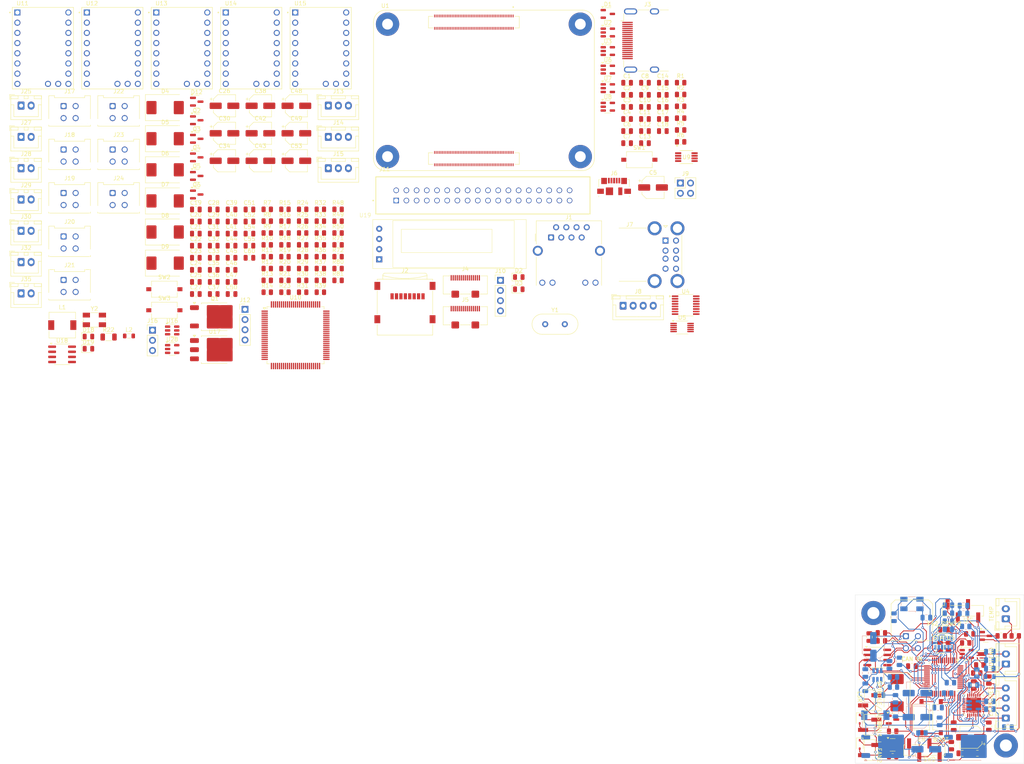
<source format=kicad_pcb>
(kicad_pcb (version 20240108) (generator "pcbnew") (generator_version "8.0")
  (layers (0 "F.Cu" signal) (31 "B.Cu" signal) (34 "B.Paste" user) (35 "F.Paste" user) (36 "B.SilkS" user "B.Silkscreen") (37 "F.SilkS" user "F.Silkscreen") (38 "B.Mask" user) (39 "F.Mask" user) (44 "Edge.Cuts" user))
  (net 0 "")
  (net 1 "GND")
  (net 2 "Net-(J1-RCT)")
  (net 3 "/RPI-CM4/SD_PWR")
  (net 4 "Net-(U4-XO)")
  (net 5 "Net-(U4-XI)")
  (net 6 "/RPI-CM4/USB_VBUS")
  (net 7 "+3.3V")
  (net 8 "Net-(U10-VCAP_1)")
  (net 9 "Net-(U10-VCAP_2)")
  (net 10 "Net-(C21-Pad2)")
  (net 11 "Net-(U10-PH0)")
  (net 12 "+3V3")
  (net 13 "+24V")
  (net 14 "Net-(U16-BOOT)")
  (net 15 "Net-(U16-SW)")
  (net 16 "Net-(U16-FB)")
  (net 17 "Net-(J16-Pin_1)")
  (net 18 "Net-(U10-VDDA)")
  (net 19 "Net-(C52-Pad1)")
  (net 20 "+5V")
  (net 21 "/NRST")
  (net 22 "Net-(C56-Pad1)")
  (net 23 "Net-(U20-PF0)")
  (net 24 "Net-(U20-PF1)")
  (net 25 "/X42/X42-NRST")
  (net 26 "/TH")
  (net 27 "/X42/E0-TH")
  (net 28 "/X42/24V")
  (net 29 "Net-(U23-SW)")
  (net 30 "Net-(U23-BOOT)")
  (net 31 "/X42/5V")
  (net 32 "Net-(U23-FB)")
  (net 33 "/X42/3V3")
  (net 34 "Net-(U29-CPO)")
  (net 35 "Net-(U29-CPI)")
  (net 36 "Net-(U29-5VOUT)")
  (net 37 "Net-(U29-VCP)")
  (net 38 "/X42/X42-3V3")
  (net 39 "Net-(J6-D+)")
  (net 40 "Net-(J6-D-)")
  (net 41 "Net-(D2-K)")
  (net 42 "Net-(D3-K)")
  (net 43 "Net-(D4-A)")
  (net 44 "Net-(D5-A)")
  (net 45 "Net-(D6-A)")
  (net 46 "Net-(D7-A)")
  (net 47 "Net-(D8-A)")
  (net 48 "Net-(D9-A)")
  (net 49 "Net-(D10-A)")
  (net 50 "Net-(D11-A)")
  (net 51 "Net-(D12-K-Pad3)")
  (net 52 "Net-(D13-K-Pad3)")
  (net 53 "Net-(D14-A)")
  (net 54 "Net-(D16-A)")
  (net 55 "Net-(D17-A)")
  (net 56 "Net-(D18-A)")
  (net 57 "Net-(D19-A)")
  (net 58 "Net-(J1-Pad10)")
  (net 59 "Net-(J1-TD+)")
  (net 60 "Net-(J1-Pad11)")
  (net 62 "Net-(J1-TD-)")
  (net 63 "Net-(J1-RD+)")
  (net 64 "Net-(J1-RD-)")
  (net 65 "Net-(J2-DAT2)")
  (net 66 "Net-(J2-CMD)")
  (net 67 "Net-(J2-DAT1)")
  (net 68 "Net-(J2-DAT0)")
  (net 69 "Net-(J2-DAT3{slash}CD)")
  (net 70 "Net-(J2-CLK)")
  (net 71 "Net-(J3-CK+)")
  (net 72 "Net-(J3-D0-)")
  (net 74 "Net-(J3-D2+)")
  (net 75 "Net-(J3-D1+)")
  (net 76 "Net-(J3-D0+)")
  (net 77 "Net-(J3-CK-)")
  (net 78 "Net-(J3-D1-)")
  (net 79 "Net-(J3-+5V)")
  (net 80 "Net-(J3-D2-)")
  (net 81 "Net-(J3-CEC)")
  (net 82 "Net-(J3-SCL)")
  (net 83 "Net-(J3-HPD{slash}HEAC-)")
  (net 84 "Net-(J3-SDA)")
  (net 85 "/RPI-CM4/CAM_D1-")
  (net 86 "/RPI-CM4/CAM_D0+")
  (net 87 "/RPI-CM4/RPI_SCL")
  (net 88 "/RPI-CM4/CAM_D1+")
  (net 89 "/RPI-CM4/CAM_D0-")
  (net 91 "/RPI-CM4/CAM_GPIO")
  (net 92 "/RPI-CM4/RPI_SDA")
  (net 93 "/RPI-CM4/CAM_C-")
  (net 94 "/RPI-CM4/CAM_C+")
  (net 95 "/RPI-CM4/DSI_D1-")
  (net 96 "/RPI-CM4/DSI_D0-")
  (net 97 "/RPI-CM4/DSI_C-")
  (net 98 "/RPI-CM4/DSI_D1+")
  (net 99 "/RPI-CM4/DSI_D0+")
  (net 100 "/RPI-CM4/DSI_C+")
  (net 101 "/RPI-CM4/USB_5V")
  (net 103 "Net-(J7-D1-)")
  (net 104 "Net-(J7-D1+)")
  (net 105 "Net-(J7-D2+)")
  (net 106 "Net-(J7-D2-)")
  (net 107 "/RPI-CM4/USB_JST-")
  (net 108 "/RPI-CM4/USB_JST+")
  (net 109 "/RPI-CM4/~{EEPROM_WP}")
  (net 110 "/RPI-CM4/~{RPI_BOOT}")
  (net 111 "Net-(J10-Pin_3)")
  (net 112 "Net-(J10-Pin_4)")
  (net 113 "/SWDIO")
  (net 114 "/SWCLK")
  (net 115 "/ENDSTOP_X")
  (net 116 "/ENDSTOP_Y")
  (net 117 "/ENDSTOP_Z")
  (net 118 "/USB_5V")
  (net 119 "Net-(J17-Pin_4)")
  (net 120 "Net-(J17-Pin_3)")
  (net 121 "/X42/CAN+")
  (net 122 "/X42/CAN-")
  (net 123 "Net-(J35-Pin_1)")
  (net 124 "Net-(J36-Pin_1)")
  (net 125 "/X42/X42-SDA")
  (net 126 "/X42/X42-SCL")
  (net 127 "Net-(J44-Pin_3)")
  (net 128 "Net-(J44-Pin_2)")
  (net 129 "Net-(J44-Pin_4)")
  (net 130 "Net-(J44-Pin_1)")
  (net 131 "/X42/X42-SWDIO")
  (net 132 "/X42/X42-SWCLK")
  (net 133 "Net-(Q1-G)")
  (net 134 "Net-(Q2-G)")
  (net 135 "Net-(Q3-G)")
  (net 136 "Net-(Q4-G)")
  (net 137 "Net-(Q5-G)")
  (net 138 "Net-(Q6-G)")
  (net 139 "Net-(Q7-G)")
  (net 140 "Net-(Q8-G)")
  (net 141 "Net-(Q9-G)")
  (net 142 "Net-(Q10-G)")
  (net 143 "/RPI-CM4/ETH_GREEN")
  (net 144 "/RPI-CM4/ETH_YELLOW")
  (net 145 "/RPI-CM4/SD_POWER_ON")
  (net 146 "Net-(U1A-PI_~{LED}_ACTIVITY)")
  (net 147 "Net-(R5-Pad2)")
  (net 148 "/BOOT")
  (net 149 "Net-(U10-PH1)")
  (net 150 "/MOTOR1_UART")
  (net 151 "Net-(U10-PB3)")
  (net 152 "/MOTOR2_UART")
  (net 153 "Net-(U10-PB4)")
  (net 154 "/MOTOR3_UART")
  (net 155 "Net-(U10-PB5)")
  (net 156 "/MOTOR4_UART")
  (net 157 "Net-(U10-PB6)")
  (net 158 "Net-(U10-PB7)")
  (net 159 "/MOTOR5_UART")
  (net 160 "Net-(U10-PB11)")
  (net 161 "/MOTOR1_DIAG")
  (net 162 "Net-(U10-PB12)")
  (net 163 "/MOTOR2_DIAG")
  (net 164 "/MOTOR3_DIAG")
  (net 165 "Net-(U10-PB13)")
  (net 166 "/MOTOR4_DIAG")
  (net 167 "Net-(U10-PB14)")
  (net 168 "Net-(U10-PB15)")
  (net 169 "/MOTOR5_DIAG")
  (net 170 "Net-(U16-EN)")
  (net 171 "/HEATER_BED")
  (net 172 "/FAN1")
  (net 173 "/FAN2")
  (net 174 "/FAN3")
  (net 175 "/FAN4")
  (net 176 "/FAN5")
  (net 177 "/I2C_SCL")
  (net 178 "Net-(U10-PB8)")
  (net 179 "/I2C_SDA")
  (net 180 "Net-(U10-PB9)")
  (net 181 "/X42/X42-BOOT")
  (net 182 "/X42/E0-HE")
  (net 183 "Net-(R44-Pad2)")
  (net 184 "/X42/X42-FAN1")
  (net 185 "/X42/X42-FAN2")
  (net 186 "Net-(U23-EN)")
  (net 187 "/X42/X42-CS")
  (net 188 "/X42/X42-CLK")
  (net 189 "/X42/X42-MISO")
  (net 190 "/X42/X42-MOSI")
  (net 191 "Net-(U20-VREF+)")
  (net 192 "/X42/X42-FET")
  (net 193 "Net-(R69-Pad2)")
  (net 194 "Net-(R71-Pad2)")
  (net 195 "Net-(U29-BRA)")
  (net 196 "Net-(U29-BRB)")
  (net 197 "/X42/E0-EN")
  (net 198 "Net-(U20-PC15)")
  (net 199 "Net-(U10-PC15)")
  (net 200 "Net-(SW1-Pad2)")
  (net 201 "Net-(U1A-GLOBAL_EN)")
  (net 203 "/RPI-CM4/RPI_P19")
  (net 205 "/RPI-CM4/RPI_P21")
  (net 209 "/RPI-CM4/~{RESET}")
  (net 212 "/RPI-CM4/RPI_P1")
  (net 217 "/RPI-CM4/RPI_P17")
  (net 218 "/RPI-CM4/RPI_P7")
  (net 220 "/RPI-CM4/RPI_P8")
  (net 221 "Net-(U1A-PI_LED_~{PWR})")
  (net 222 "/RPI-CM4/RPI_P9")
  (net 223 "/RPI-CM4/RPI_P27")
  (net 224 "/RPI-CM4/RPI_P24")
  (net 230 "/RPI-CM4/RPI_P16")
  (net 233 "/RPI-CM4/USB_OTG")
  (net 236 "/RPI-CM4/RPI_P12")
  (net 237 "/RPI-CM4/RPI_P2")
  (net 238 "/RPI-CM4/USB_H+")
  (net 245 "/RPI-CM4/RPI_P18")
  (net 247 "/RPI-CM4/RPI_P3")
  (net 250 "/RPI-CM4/RPI_P14")
  (net 254 "/RPI-CM4/RPI_P10")
  (net 260 "/RPI-CM4/RPI_P26")
  (net 264 "/RPI-CM4/RPI_P13")
  (net 266 "/RPI-CM4/RPI_P5")
  (net 268 "/RPI-CM4/RPI_P0")
  (net 270 "/RPI-CM4/WAKE")
  (net 272 "/RPI-CM4/RPI_P15")
  (net 277 "/RPI-CM4/RPI_P20")
  (net 280 "/RPI-CM4/RPI_P11")
  (net 285 "/RPI-CM4/RPI_P25")
  (net 286 "/RPI-CM4/RPI_P22")
  (net 290 "/RPI-CM4/RPI_P23")
  (net 291 "/RPI-CM4/RPI_P6")
  (net 296 "/RPI-CM4/RPI_P4")
  (net 297 "/RPI-CM4/USB_H-")
  (net 300 "/RPI-CM4/STM32_USB-")
  (net 301 "/RPI-CM4/STM32_USB+")
  (net 302 "Net-(U4-DMU-)")
  (net 303 "Net-(U4-DPU+)")
  (net 312 "/MOTOR1_STEP")
  (net 315 "/STM32_USB-")
  (net 320 "/STM32_USB+")
  (net 322 "/SPI_SCK")
  (net 324 "/MOTOR5_DIR")
  (net 325 "/MOTOR3_EN")
  (net 329 "/MOTOR2_EN")
  (net 332 "/MOTOR5_STEP")
  (net 334 "/MOTOR1_EN")
  (net 336 "/MOTOR1_DIR")
  (net 338 "/MOTOR4_DIR")
  (net 344 "/SPI_MISO")
  (net 346 "/MOTOR3_DIR")
  (net 347 "/MOTOR4_EN")
  (net 350 "/SPI_NSS")
  (net 351 "/MOTOR4_STEP")
  (net 354 "/MOTOR2_STEP")
  (net 357 "/CAN-RX")
  (net 358 "/CAN-TX")
  (net 360 "/SPI_MOSI")
  (net 361 "/MOTOR3_STEP")
  (net 363 "/MOTOR2_DIR")
  (net 364 "/MOTOR5_EN")
  (net 370 "/MOTOR1_M1A")
  (net 371 "/MOTOR1_M2B")
  (net 372 "/MOTOR1_M1B")
  (net 373 "/MOTOR1_M2A")
  (net 376 "/MOTOR2_M1B")
  (net 378 "/MOTOR2_M2A")
  (net 381 "/MOTOR2_M1A")
  (net 382 "/MOTOR2_M2B")
  (net 385 "/MOTOR3_M1B")
  (net 386 "/MOTOR3_M2B")
  (net 391 "/MOTOR3_M1A")
  (net 392 "/MOTOR3_M2A")
  (net 393 "/MOTOR4_M2A")
  (net 395 "/MOTOR4_M2B")
  (net 396 "/MOTOR4_M1A")
  (net 400 "/MOTOR4_M1B")
  (net 404 "/MOTOR5_M2A")
  (net 406 "/MOTOR5_M2B")
  (net 407 "/MOTOR5_M1B")
  (net 409 "/MOTOR5_M1A")
  (net 415 "/X42/E0-UART")
  (net 418 "/X42/E0-DIR")
  (net 425 "/X42/E0-STEP")
  (net 426 "/X42/X42-CAN-TX")
  (net 427 "/X42/X42-CAN-RX")
  (net 445 "Net-(J26-Pin_2)")
  (net 447 "XGND")
  (net 448 "unconnected-(U20-PB5-Pad44)")
  (footprint "Resistor_SMD:R_0805_2012Metric" (layer "F.Cu") (at 63.25 169.25 90)
    (property "Reference" "R74" (hide yes))
    (property "Value" "0" (hide yes))
  )
  (footprint "Connector_JST:JST_XH_B4B-XH-A_1x04_P2.50mm_Vertical" (layer "F.Cu") (at 67.475 178.75 90)
    (property "Reference" "J44" (hide yes))
    (property "Value" "EXTRUDER")
  )
  (footprint "Connector_PinHeader_2.54mm:PinHeader_1x04_P2.54mm_Vertical_SMD_Pin1Right" (layer "F.Cu") (at 47.2 186.7 -90)
    (property "Reference" "J45" (hide yes))
    (property "Value" "SWD")
  )
  (footprint "Connector_JST:JST_XH_B2B-XH-A_1x02_P2.50mm_Vertical" (layer "F.Cu") (at -177.725 49.515)
    (property "Reference" "J29")
    (property "Value" "FAN4")
  )
  (footprint "Capacitor_SMD:C_0805_2012Metric" (layer "F.Cu") (at 59.5 170.5 -90)
    (property "Reference" "C74" (hide yes))
    (property "Value" "22NF" (hide yes))
  )
  (footprint "Capacitor_SMD:C_0805_2012Metric" (layer "F.Cu") (at -129.765 58.015)
    (property "Reference" "C31")
    (property "Value" "100NF")
  )
  (footprint "Capacitor_SMD:CP_Elec_5x3" (layer "F.Cu") (at -109.175 33.015)
    (property "Reference" "C49")
    (property "Value" "100UF")
  )
  (footprint "Capacitor_SMD:C_0805_2012Metric" (layer "F.Cu") (at 56.65 187.5)
    (property "Reference" "C78" (hide yes))
    (property "Value" "100NF" (hide yes))
  )
  (footprint "TMC2209_SILENTSTEPSTICK:MODULE_TMC2209_SILENTSTEPSTICK" (layer "F.Cu") (at -155.005 11.805)
    (property "Reference" "U12")
    (property "Value" "MOTOR B")
  )
  (footprint "Resistor_SMD:R_0805_2012Metric" (layer "F.Cu") (at 36.5 159.5)
    (property "Reference" "R40" (hide yes))
    (property "Value" "30" (hide yes))
  )
  (footprint "Capacitor_SMD:CP_Elec_5x3" (layer "F.Cu") (at -109.175 26.165)
    (property "Reference" "C48")
    (property "Value" "100UF")
  )
  (footprint "Capacitor_SMD:C_0805_2012Metric" (layer "F.Cu") (at -22.375 23.435)
    (property "Reference" "C9")
    (property "Value" "10UF")
  )
  (footprint "Connector_Molex:Molex_Micro-Fit_3.0_43045-0412_2x02_P3.00mm_Vertical" (layer "F.Cu") (at -167.145 58.725)
    (property "Reference" "J20")
    (property "Value" "CAN4")
  )
  (footprint "Resistor_SMD:R_0805_2012Metric" (layer "F.Cu") (at -116.435 66.715)
    (property "Reference" "R12")
    (property "Value" "1K")
  )
  (footprint "Resistor_SMD:R_0805_2012Metric" (layer "F.Cu") (at -98.795 51.965)
    (property "Reference" "R48")
    (property "Value" "4.7K")
  )
  (footprint "Capacitor_SMD:C_0805_2012Metric" (layer "F.Cu") (at -22.375 20.425)
    (property "Reference" "C8")
    (property "Value" "10UF")
  )
  (footprint "Diode_SMD:D_SOD-323" (layer "F.Cu") (at 31.1 185.3 -90)
    (property "Reference" "D11" (hide yes))
    (property "Value" "1N5819WS" (hide yes))
  )
  (footprint "Connector_JST:JST_XH_B2B-XH-A_1x02_P2.50mm_Vertical" (layer "F.Cu") (at -177.725 41.715)
    (property "Reference" "J28")
    (property "Value" "FAN3")
  )
  (footprint "Connector_PinHeader_2.54mm:PinHeader_1x04_P2.54mm_Vertical_SMD_Pin1Right" (layer "F.Cu") (at 56.8 152 90)
    (property "Reference" "J41" (hide yes))
    (property "Value" "I2C")
  )
  (footprint "Package_TO_SOT_SMD:SOT-23-5" (layer "F.Cu") (at -31.625 12.52)
    (property "Reference" "U3")
    (property "Value" "TPS2065CDBV")
  )
  (footprint "Inductor_SMD:L_0805_2012Metric" (layer "F.Cu") (at -150.865 83.515)
    (property "Reference" "L2")
    (property "Value" "39NH")
  )
  (footprint "Capacitor_SMD:C_0805_2012Metric" (layer "F.Cu") (at -26.825 26.445)
    (property "Reference" "C3")
    (property "Value" "27PF")
  )
  (footprint "Package_TO_SOT_SMD:SOT-23" (layer "F.Cu") (at -133.995 48.265)
    (property "Reference" "Q6")
    (property "Value" "FAN5")
  )
  (footprint "Capacitor_SMD:CP_Elec_5x3" (layer "F.Cu") (at -118.125 26.165)
    (property "Reference" "C38")
    (property "Value" "100UF")
  )
  (footprint "Connector_PinHeader_2.54mm:PinHeader_2x02_P2.54mm_Vertical" (layer "F.Cu") (at -13.565 45.415)
    (property "Reference" "J9")
    (property "Value" "RPI CONFIG")
  )
  (footprint "Connector_Molex:Molex_Micro-Fit_3.0_43045-0400_2x02_P3.00mm_Horizontal" (layer "F.Cu") (at 42.6 158.32)
    (property "Reference" "J31" (hide yes))
    (property "Value" "CAN IN")
  )
  (footprint "Diode_SMD:D_SMC" (layer "F.Cu") (at 40.4 172.4 -90)
    (property "Reference" "D14" (hide yes))
    (property "Value" "B340")
  )
  (footprint "Capacitor_SMD:C_0805_2012Metric" (layer "F.Cu") (at -125.315 51.995)
    (property "Reference" "C39")
    (property "Value" "100NF")
  )
  (footprint "Connector_FFC-FPC:Molex_502231-1500_1x15-1SH_P0.5mm_Vertical" (layer "F.Cu") (at -67.115 70.075)
    (property "Reference" "J4")
    (property "Value" "CAMERA")
  )
  (footprint "Package_TO_SOT_SMD:SOT-23-6" (layer "F.Cu") (at -140.105 82.14)
    (property "Reference" "U16")
    (property "Value" "TPS54302")
  )
  (footprint "Package_TO_SOT_SMD:SOT-23" (layer "F.Cu") (at -133.995 39.015)
    (property "Reference" "Q4")
    (property "Value" "FAN3")
  )
  (footprint "Resistor_SMD:R_0805_2012Metric" (layer "F.Cu") (at -98.795 54.915)
    (property "Reference" "R49")
    (property "Value" "2.37")
  )
  (footprint "Resistor_SMD:R_0805_2012Metric" (layer "F.Cu") (at -116.435 63.765)
    (property "Reference" "R11")
    (property "Value" "1K")
  )
  (footprint "Package_SO:QSOP-16_3.9x4.9mm_P0.635mm" (layer "F.Cu") (at -12.24 75.8425)
    (property "Reference" "U4")
    (property "Value" "CH334R")
  )
  (footprint "Resistor_SMD:R_0805_2012Metric" (layer "F.Cu") (at -103.205 69.665)
    (property "Reference" "R38")
    (property "Value" "10K")
  )
  (footprint "Connector_JST:JST_XH_B2B-XH-A_1x02_P2.50mm_Vertical" (layer "F.Cu") (at -177.725 72.915)
    (property "Reference" "J35")
    (property "Value" "BED THERMISTOR")
  )
  (footprint "Capacitor_SMD:C_0805_2012Metric" (layer "F.Cu") (at -125.315 70.055)
    (property "Reference" "C47")
    (property "Value" "18PF")
  )
  (footprint "Resistor_SMD:R_0805_2012Metric" (layer "F.Cu") (at 53.2 160.9 90)
    (property "Reference" "R76" (hide yes))
    (property "Value" "200" (hide yes))
  )
  (footprint "Connector_PinHeader_2.54mm:PinHeader_1x04_P2.54mm_Vertical" (layer "F.Cu") (at -121.965 76.895)
    (property "Reference" "J12")
    (property "Value" "STM32 SWD")
  )
  (footprint "Diode_SMD:D_SMC" (layer "F.Cu") (at -141.86 34.365)
    (property "Reference" "D5")
    (property "Value" "B340")
  )
  (footprint "Capacitor_SMD:C_0805_2012Metric" (layer "F.Cu") (at -134.215 73.065)
    (property "Reference" "C27")
    (property "Value" "100NF")
  )
  (footprint "Capacitor_SMD:CP_Elec_5x3" (layer "F.Cu") (at -127.075 39.865)
    (property "Reference" "C34")
    (property "Value" "100UF")
  )
  (footprint "Resistor_SMD:R_0805_2012Metric" (layer "F.Cu") (at -98.795 69.665)
    (property "Reference" "R81")
    (property "Value" "200")
  )
  (footprint "Button_Switch_SMD:SW_Tactile_SPST_NO_Straight_CK_PTS636Sx25SMTRLFS" (layer "F.Cu") (at -23.775 39.605)
    (property "Reference" "SW1")
    (property "Value" "RPI WAKE")
  )
  (footprint "Capacitor_SMD:C_0805_2012Metric" (layer "F.Cu") (at -129.765 73.065)
    (property "Reference" "C37")
    (property "Value" "100NF")
  )
  (footprint "TMC2209_SILENTSTEPSTICK:MODULE_TMC2209_SILENTSTEPSTICK" (layer "F.Cu") (at -172.3 11.805)
    (property "Reference" "U11")
    (property "Value" "MOTOR A")
  )
  (footprint "Capacitor_SMD:CP_Elec_5x3" (layer "F.Cu") (at -127.075 33.015)
    (property "Reference" "C30")
    (property "Value" "100UF")
  )
  (footprint "Capacitor_SMD:C_0805_2012Metric" (layer "F.Cu") (at -17.925 26.445)
    (property "Reference" "C16")
    (property "Value" "100NF")
  )
  (footprint "Resistor_SMD:R_0805_2012Metric" (layer "F.Cu") (at -112.025 60.815)
    (property "Reference" "R18")
    (property "Value" "10K")
  )
  (footprint "Package_SO:SOIC-8_3.9x4.9mm_P1.27mm" (layer "F.Cu") (at 35.475 163.635)
    (property "Reference" "U21" (hide yes))
    (property "Value" "TJA1051T-3" (hide yes))
  )
  (footprint "Capacitor_SMD:CP_Elec_5x3" (layer "F.Cu") (at -20.365 46.515)
    (property "Reference" "C5")
    (property "Value" "100UF")
  )
  (footprint "Diode_SMD:D_SMC" (layer "F.Cu") (at -141.86 49.865)
    (property "Reference" "D7")
    (property "Value" "B340")
  )
  (footprint "Resistor_SMD:R_0805_2012Metric" (layer "F.Cu") (at -98.795 63.765)
    (property "Reference" "R72")
    (property "Value" "20")
  )
  (footprint "Capacitor_SMD:CP_Elec_5x3" (layer "F.Cu") (at -127.075 26.165)
    (property "Reference" "C26")
    (property "Value" "100UF")
  )
  (footprint "Capacitor_SMD:CP_Elec_5x3" (layer "F.Cu") (at -118.125 39.865)
    (property "Reference" "C43")
    (property "Value" "100UF")
  )
  (footprint "Package_TO_SOT_SMD:SOT-23-5" (layer "F.Cu") (at -31.625 7.895)
    (property "Reference" "U2")
    (property "Value" "TPS2065CDBV")
  )
  (footprint "Connector_PinHeader_2.54mm:PinHeader_1x02_P2.54mm_Vertical_SMD_Pin1Right" (layer "F.Cu") (at 33.6 180.4)
    (property "Reference" "J33" (hide yes))
    (property "Value" "FAN1")
  )
  (footprint "Resistor_SMD:R_0805_2012Metric" (layer "F.Cu") (at 57.5 160 180)
    (property "Reference" "R43" (hide yes))
    (property "Value" "10K" (hide yes))
  )
  (footprint "Diode_SMD:D_SMC" (layer "F.Cu") (at -141.86 26.615)
    (property "Reference" "D4")
    (property "Value" "B340")
  )
  (footprint "Resistor_SMD:R_0805_2012Metric" (layer "F.Cu") (at -112.025 57.865)
    (property "Reference" "R17")
    (property "Value" "10K")
  )
  (footprint "TMC2209_SILENTSTEPSTICK:MODULE_TMC2209_SILENTSTEPSTICK" (layer "F.Cu") (at -137.71 11.805)
    (property "Reference" "U13")
    (property "Value" "MOTOR Z1")
  )
  (footprint "Package_TO_SOT_SMD:SOT-23" (layer "F.Cu") (at -133.995 43.64)
    (property "Reference" "Q5")
    (property "Value" "FAN4")
  )
  (footprint "Resistor_SMD:R_0805_2012Metric" (layer "F.Cu") (at 60.25 167.5 180)
    (property "Reference" "R44" (hide yes))
    (property "Value" "20K" (hide yes))
  )
  (footprint "EMC2301-1-ACZL-TR:MSOP8_MC_MCH" (layer "F.Cu") (at -12.0631 38.9488)
    (property "Reference" "U9")
    (property "Value" "EMC2301-1-ACZL-TR")
  )
  (footprint "Connector_JST:JST_XH_B3B-XH-A_1x03_P2.50mm_Vertical" (layer "F.Cu") (at -101.225 26.115)
    (property "Reference" "J13")
    (property "Value" "X-STOP")
  )
  (footprint "Capacitor_SMD:C_0805_2012Metric" (layer "F.Cu") (at -125.315 67.045)
    (property "Reference" "C46")
    (property "Value" "100NF")
  )
  (footprint "Resistor_SMD:R_0805_2012Metric" (layer "F.Cu") (at -107.615 57.865)
    (property "Reference" "R26")
    (property "Value" "120")
  )
  (footprint "Connector_Molex:Molex_Micro-Fit_3.0_43045-0412_2x02_P3.00mm_Vertical" (layer "F.Cu") (at -167.145 37.065)
    (property "Reference" "J18")
    (property "Value" "CAN2")
  )
  (footprint "Resistor_SMD:R_0805_2012Metric" (layer "F.Cu") (at -116.435 51.965)
    (property "Reference" "R7")
    (property "Value" "10K")
  )
  (footprint "Capacitor_SMD:C_0805_2012Metric" (layer "F.Cu") (at -125.315 61.025)
    (property "Reference" "C44")
    (property "Value" "4.7UF")
  )
  (footprint "Resistor_SMD:R_1206_3216Metric" (layer "F.Cu") (at -155.945 83.785)
    (property "Reference" "R22")
    (property "Value" "56.2K")
  )
  (footprint "Resistor_SMD:R_0805_2012Metric" (layer "F.Cu") (at -116.435 60.815)
    (property "Reference" "R10")
    (property "Value" "1K")
  )
  (footprint "Package_TO_SOT_SMD:SOT-23" (layer "F.Cu") (at -133.995 25.14)
    (property "Reference" "D12")
    (property "Value" "BAV99")
  )
  (footprint "Resistor_SMD:R_0805_2012Metric" (layer "F.Cu") (at -98.795 60.815)
    (property "Reference" "R71")
    (property "Value" "20K")
  )
  (footprint "Capacitor_SMD:C_0805_2012Metric" (layer "F.Cu") (at -129.765 51.995)
    (property "Reference" "C28")
    (property "Value" "100NF")
  )
  (footprint "Capacitor_SMD:CP_Elec_5x3" (layer "F.Cu") (at 58.8 183.5 180)
    (property "Reference" "C80" (hide yes))
    (property "Value" "100UF" (hide yes))
  )
  (footprint "Connector_RJ:RJ45_Hanrun_HR911105A_Horizontal" (layer "F.Cu") (at -45.755 58.975)
    (property "Reference" "J1")
    (property "Value" "ETHERNET")
  )
  (footprint "Capacitor_SMD:C_0805_2012Metric" (layer "F.Cu") (at -17.925 23.435)
    (property "Reference" "C15")
    (property "Value" "100NF")
  )
  (footprint "Capacitor_SMD:C_0805_2012Metric" (layer "F.Cu") (at -17.925 20.425)
    (property "Reference" "C14")
    (property "Value" "100NF")
  )
  (footprint "Capacitor_SMD:C_0805_2012Metric" (layer "F.Cu") (at -26.825 29.455)
    (property "Reference" "C4")
    (property "Value" "27PF")
  )
  (footprint "Resistor_SMD:R_0805_2012Metric" (layer "F.Cu") (at -112.025 63.765)
    (property "Reference" "R19")
    (property "Value" "10K")
  )
  (footprint "Connector_JST:JST_XH_B2B-XH-A_1x02_P2.50mm_Vertical" (layer "F.Cu") (at 67.5 165.25 90)
    (property "Reference" "J26" (hide yes))
    (property "Value" "HOTEND")
  )
  (footprint "Capacitor_SMD:C_0805_2012Metric" (layer "F.Cu") (at -22.375 29.455)
    (property "Reference" "C11")
    (property "Value" "10UF")
  )
  (footprint "Resistor_SMD:R_0805_2012Metric" (layer "F.Cu") (at -112.025 54.915)
    (property "Reference" "R16")
    (property "Value" "10K")
  )
  (footprint "Resistor_SMD:R_0805_2012Metric" (layer "F.Cu") (at -13.495 20.395)
    (property "Reference" "R1")
    (property "Value" "470")
  )
  (footprint "MountingHole:MountingHole_3mm_Pad" (layer "F.Cu") (at 34.5 152.56)
    (property "Reference" "H1" (hide yes))
    (property "Value" "MountingHole_Pad" (hide yes))
  )
  (footprint "Resistor_SMD:R_0805_2012Metric" (layer "F.Cu") (at -98.795 66.715)
    (property "Reference" "R80")
    (property "Value" "1.5K")
  )
  (footprint "Capacitor_SMD:C_0805_2012Metric" (layer "F.Cu") (at -134.215 55.005)
    (property "Reference" "C20")
    (property "Value" "2.2UF")
  )
  (footprint "Resistor_SMD:R_0805_2012Metric" (layer "F.Cu") (at -13.495 32.195)
    (property "Reference" "R5")
    (property "Value" "1K")
  )
  (footprint "Capacitor_SMD:C_0805_2012Metric" (layer "F.Cu") (at -134.215 51.995)
    (property "Reference" "C19")
    (property "Value" "2.2UF")
  )
  (footprint "Connector_USB:USB_A_CUI_UJ2-ADH-TH_Horizontal_Stacked" (layer "F.Cu") (at -17.255 59.758025)
    (property "Reference" "J7")
    (property "Value" "USB_A")
  )
  (footprint "LED_SMD:LED_0805_2012Metric" (layer "F.Cu") (at 51.1 160.9 90)
    (property "Reference" "D16" (hide yes))
    (property "Value" "STATUS")
  )
  (footprint "Resistor_SMD:R_0805_2012Metric" (layer "F.Cu") (at 69.8375 158.25)
    (property "Reference" "R51" (hide yes))
    (property "Value" "4.7K" (hide yes))
  )
  (footprint "Connector_JST:JST_XH_B2B-XH-A_1x02_P2.50mm_Vertical" (layer "F.Cu") (at 67.475 154 90)
    (property "Reference" "J36" (hide yes))
    (property "Value" "TEMP")
  )
  (footprint "Connector_PinHeader_2.54mm:PinHeader_1x04_P2.54mm_Vertical" (layer "F.Cu") (at -58.365 69.645)
    (property "Reference" "J10")
    (property "Value" "RPI FAN")
  )
  (footprint "Package_TO_SOT_SMD:TO-252-3_TabPin2" (layer "F.Cu") (at -129.525 86.935)
    (property "Reference" "U17")
    (property "Value" "AMS1117CD-3.3")
  )
  (footprint "Resistor_SMD:R_0805_2012Metric" (layer "F.Cu") (at 61 165.5)
    (property "Reference" "R45" (hide yes))
    (property "Value" "20" (hide yes))
  )
  (footprint "Package_TO_SOT_SMD:SOT-23-3" (layer "F.Cu") (at -31.625 3.27)
    (property "Reference" "D1")
    (property "Value" "ESDA5V3L")
  )
  (footprint "Connector_JST:JST_XH_B2B-XH-A_1x02_P2.50mm_Vertical" (layer "F.Cu") (at -177.725 26.115)
    (property "Reference" "J25")
    (property "Value" "FAN1")
  )
  (footprint "LED_SMD:LED_0805_2012Metric" (layer "F.Cu") (at -160.955 83.66)
    (property "Reference" "D18")
    (property "Value" "STM32 POWER")
  )
  (footprint "Connector_Molex:Molex_Micro-Fit_3.0_43045-0412_2x02_P3.00mm_Vertical" (layer "F.Cu") (at -154.935 37.065)
    (property "Reference" "J23")
    (property "Value" "CAN7")
  )
  (footprint "Resistor_SMD:R_0805_2012Metric" (layer "F.Cu") (at -103.205 57.865)
    (property "Reference" "R34")
    (property "Value" "100")
  )
  (footprint "TST-118-01-T-D:SAMTEC_TST-118-01-T-D" (layer "F.Cu") (at -84.32 49.77)
    (property "Reference" "J11")
    (property "Value" "RPI-GPIO")
  )
  (footprint "Connector_Molex:Molex_Micro-Fit_3.0_43045-0412_2x02_P3.00mm_Vertical" (layer "F.Cu") (at -154.935 47.895)
    (property "Reference" "J24")
    (property "Value" "CAN8")
  )
  (footprint "Connector_Molex:Molex_Micro-Fit_3.0_43045-0412_2x02_P3.00mm_Vertical" (layer "F.Cu") (at -154.935 26.235)
    (property "Reference" "J22")
    (property "Value" "CAN6")
  )
  (footprint "Capacitor_SMD:C_0805_2012Metric" (layer "F.Cu") (at -17.925 32.465)
    (property "Reference" "C18")
    (property "Value" "100NF")
  )
  (footprint "Capacitor_SMD:C_0805_2012Metric" (layer "F.Cu") (at -125.315 64.035)
    (property "Reference" "C45")
    (property "Value" "4.7UF")
  )
  (footprint "Connector_JST:JST_XH_B3B-XH-A_1x03_P2.50mm_Vertical" (layer "F.Cu") (at -101.225 33.915)
    (property "Reference" "J14")
    (property "Value" "Y-STOP")
  )
  (footprint "Connector_Card:microSD_HC_Wuerth_693072010801" (layer "F.Cu") (at -82.145 75.19)
    (property "Reference" "J2")
    (property "Value" "MICRO SD CARD")
  )
  (footprint "Resistor_SMD:R_0805_2012Metric" (layer "F.Cu") (at -107.615 51.965)
    (property "Reference" "R24")
    (property "Value" "75K")
  )
  (footprint "Resistor_SMD:R_0805_2012Metric" (layer "F.Cu") (at -103.205 54.915)
    (property "Reference" "R33")
    (property "Value" "100")
  )
  (footprint "Package_TO_SOT_SMD:SOT-23-5" (layer "F.Cu") (at -31.625 17.145)
    (property "Reference" "U6")
    (property "Value" "AP22804AW5")
  )
  (footprint "Capacitor_SMD:C_0805_2012Metric" (layer "F.Cu") (at -26.825 32.465)
    (property "Reference" "C6")
    (property "Value" "10UF")
  )
  (footprint "Resistor_SMD:R_0805_2012Metric" (layer "F.Cu") (at 63.25 180.75 -90)
    (property "Reference" "R73" (hide yes))
    (property "Value" "0" (hide yes))
  )
  (footprint "Resistor_SMD:R_0805_2012Metric" (layer "F.Cu") (at -116.435 72.615)
    (property "Reference" "R14")
    (property "Value" "10K")
  )
  (footprint "Connector_JST:JST_XH_B2B-XH-A_1x02_P2.50mm_Vertical" (layer "F.Cu") (at -177.725 57.315)
    (property "Reference" "J30")
    (property "Value" "FAN5")
  )
  (footprint "Resistor_SMD:R_0805_2012Metric" (layer "F.Cu") (at -103.205 72.615)
    (property "Reference" "R39")
    (property "Value" "10K")
  )
  (footprint "CUSTOM-LIBRARIES:OLED-12832" (layer "F.Cu") (at -88.545 64.425)
    (property "Reference" "U19")
    (property "Value" "SSD1306-0.91")
  )
  (footprint "Resistor_SMD:R_0805_2012Metric" (layer "F.Cu") (at -103.205 66.715)
    (property "Reference" "R37")
    (property "Value" "4.7K")
  )
  (footprint "Button_Switch_SMD:SW_Tactile_SPST_NO_Straight_CK_PTS636Sx25SMTRLFS" (layer "F.Cu") (at -142.055 71.865)
    (property "Reference" "SW2")
    (property "Value" "STM32 RESET")
  )
  (footprint "Capacitor_SMD:C_0805_2012Metric" (layer "F.Cu") (at -17.925 29.455)
    (property "Reference" "C17")
    (property "Value" "100NF")
  )
  (footprint "Resistor_SMD:R_0805_2012Metric" (layer "F.Cu") (at -103.205 60.815)
    (property "Reference" "R35")
    (property "Value" "100")
  )
  (footprint "Capacitor_SMD:CP_Elec_5x3" (layer "F.Cu") (at -118.125 33.015)
    (property "Reference" "C42")
    (property "Value" "100UF")
  )
  (footprint "LED_SMD:LED_0805_2012Metric" (layer "F.Cu") (at -53.795 68.84)
    (property "Reference" "D2")
    (property "Value" "RPI_ACT")
  )
  (footprint "Resistor_SMD:R_0805_2012Metric" (layer "F.Cu") (at -107.615 72.615)
    (property "Reference" "R31")
    (property "Value" "100")
  )
  (footprint "TMC2209_SILENTSTEPSTICK:MODULE_TMC2209_SILENTSTEPSTICK" (layer "F.Cu") (at -120.415 11.805)
    (property "Reference" "U14")
    (property "Value" "MOTOR Z2")
  )
  (footprint "Capacitor_SMD:C_0805_2012Metric" (layer "F.Cu") (at -22.375 26.445)
    (property "Reference" "C10")
    (property "Value" "10UF")
  )
  (footprint "Connector_Molex:Molex_Micro-Fit_3.0_43045-0412_2x02_P3.00mm_Vertical" (layer "F.Cu") (at -167.145 69.555)
    (property "Reference" "J21")
    (property "Value" "CAN5")
  )
  (footprint "Resistor_SMD:R_0805_2012Metric" (layer "F.Cu") (at -112.025 51.965)
    (property "Reference" "R15")
    (property "Value" "10K")
  )
  (footprint "Diode_SMD:D_SOD-323" (layer "F.Cu") (at 31.1 179 -90)
    (property "Reference" "D10" (hide yes))
    (property "Value" "1N5819WS" (hide yes))
  )
  (footprint "Inductor_SMD:L_6.3x6.3_H3" (layer "F.Cu") (at -167.475 80.815)
    (property "Reference" "L1")
    (property "Value" "6.8UH")
  )
  (footprint "Capacitor_SMD:C_0805_2012Metric" (layer "F.Cu") (at -26.825 35.475)
    (property "Reference" "C7")
    (property "Value" "10UF")
  )
  (footprint "RPI-CM4:MODULE_CM4102008" (layer "F.Cu") (at -62.475 22.32)
    (property "Reference" "U1")
    (property "Value" "RPI-CM4")
  )
  (footprint "Capacitor_SMD:C_0805_2012Metric" (layer "F.Cu") (at -134.215 67.045)
    (property "Reference" "C24")
    (property "Value" "100NF")
  )
  (footprint "Resistor_SMD:R_0805_2012Metric" (layer "F.Cu") (at -112.025 72.615)
    (property "Reference" "R23")
    (property "Value" "10K")
  )
  (footprint "Capacitor_SMD:C_0805_2012Metric" (layer "F.Cu") (at -26.825 20.425)
    (property "Reference" "C1")
    (property "Value" "100NF")
  )
  (footprint "Package_QFP:LQFP-100_14x14mm_P0.5mm" (layer "F.Cu") (at -109.395 83.335)
    (property "Reference" "U10")
    (property "Value" "STM32F407VET6")
  )
  (footprint "Package_TO_SOT_SMD:SOT-23" (layer "F.Cu") (at -133.995 29.765)
    (property "Reference" "Q2")
    (property "Value" "FAN1")
  )
  (footprint "Capacitor_SMD:C_0805_2012Metric" (layer "F.Cu") (at -125.315 73.065)
    (property "Reference" "C50")
    (property "Value" "10NF")
  )
  (footprint "Resistor_SMD:R_0805_2012Metric" (layer "F.Cu") (at -13.495 35.145)
    (property "Reference" "R6")
    (property "Value" "36K")
  )
  (footprint "Package_TO_SOT_SMD:SOT-23" (layer "F.Cu") (at 39.2625 179.1)
    (property "Reference" "Q8" (hide yes))
    (property "Value" "FAN1" (hide yes))
  )
  (footprint "Resistor_SMD:R_0805_2012Metric" (layer "F.Cu") (at -116.435 69.665)
    (property "Reference" "R13")
    (property "Value" "1K")
  )
  (footprint "Connector_USB:USB_Micro-B_Molex_47346-0001" (layer "F.Cu") (at -30.065 46.265)
    (property "Reference" "J6")
    (property "Value" "MICRO USB")
  )
  (footprint "Package_TO_SOT_SMD:SOT-23" (layer "F.Cu") (at 62.5 158.25)
    (property "Reference" "D13" (hide yes))
    (property "Value" "BAV99" (hide yes))
  )
  (footprint "Package_QFP:LQFP-48_7x7mm_P0.5mm" (layer "F.Cu") (at 52 168.5 -90)
    (property "Reference" "U20" (hide yes))
    (property "Value" "STM32G0B1CBTx" (hide yes))
  )
  (footprint "Package_TO_SOT_SMD:SOT-23" (layer "F.Cu") (at 39.3 185.4)
    (property "Reference" "Q9" (hide yes))
    (property "Value" "FAN2" (hide yes))
  )
  (footprint "Resistor_SMD:R_0805_2012Metric" (layer "F.Cu") (at -13.495 23.345)
    (property "Reference" "R2")
    (property "Value" "470")
  )
  (footprint "TMC2209-LA:QFN50P500X500X90-29N" (layer "F.Cu") (at 59.5 175.5 -90)
    (property "Reference" "U29")
    (property "Value" "TMC2209-LA-T" (hide yes))
  )
  (footprint "TMC2209_SILENTSTEPSTICK:MODULE_TMC2209_SILENTSTEPSTICK" (layer "F.Cu") (at -103.12 11.805)
    (property "Reference" "U15")
    (property "Value" "MOTOR Z3")
  )
  (footprint "Capacitor_SMD:C_0805_2012Metric" (layer "F.Cu") (at -134.215 58.015)
    (property "Reference" "C21")
    (property "Value" "12PF")
  )
  (footprint "Connector_PinHeader_2.54mm:PinHeader_1x03_P2.54mm_Vertical" (layer "F.Cu") (at -145.005 82.065)
    (property "Reference" "J16")
    (property "Value" "5V POWER")
  )
  (footprint "Capacitor_SMD:C_0805_2012Metric" (layer "F.Cu") (at -134.215 70.055)
    (property "Reference" "C25")
    (property "Value" "100NF")
  )
  (footprint "Capacitor_SMD:C_0805_2012Metric" (layer "F.Cu") (at -125.315 55.005)
    (property "Reference" "C40")
    (property "Value" "100NF")
  )
  (footprint "Resistor_SMD:R_0805_2012Metric" (layer "F.Cu") (at -107.615 69.665)
    (property "Reference" "R30")
    (property "Value" "10K")
  )
  (footprint "Resistor_SMD:R_0805_2012Metric" (layer "F.Cu") (at -103.205 63.765)
    (property "Reference" "R36")
    (property "Value" "4.7K")
  )
  (footprint "Resistor_SMD:R_0805_2012Metric" (layer "F.Cu") (at -112.025 69.665)
    (property "Reference" "R21")
    (property "Value" "10K")
  )
  (footprint "Package_TO_SOT_SMD:Vishay_PowerPAK_SC70-6L_Single" (layer "F.Cu") (at 61.325 163.1)
    (property "Reference" "Q7" (hide yes))
    (property "Value" "E0-HEAT" (hide yes))
  )
  (footprint "Resistor_SMD:R_0805_2012Metric" (layer "F.Cu") (at -107.615 60.815)
    (property "Reference" "R27")
    (property "Value" "120")
  )
  (footprint "Resistor_SMD:R_0805_2012Metric" (layer "F.Cu") (at -116.435 54.915)
    (property "Reference" "R8")
    (property "Value" "47")
  )
  (footprint "Resistor_SMD:R_0805_2012Metric" (layer "F.Cu") (at 58.5 157.75 180)
    (property "Reference" "R53" (hide yes))
    (property "Value" "2.37K" (hide yes))
  )
  (footprint "Capacitor_SMD:C_0805_2012Metric" (layer "F.Cu") (at 60.4 187.5)
    (property "Reference" "C79" (hide yes))
    (property "Value" "100NF" (hide yes))
  )
  (footprint "Capacitor_SMD:C_0805_2012Metric" (layer "F.Cu") (at -120.865 55.005)
    (property "Reference" "C52")
    (property "Value" "4.7NF")
  )
  (footprint "Resistor_SMD:R_0805_2012Metric" (layer "F.Cu") (at -107.615 66.715)
    (property "Reference" "R29")
    (property "Value" "30")
  )
  (footprint "Diode_SMD:D_SMC" (layer "F.Cu") (at -141.86 42.115)
    (property "Reference" "D6")
    (property "Value" "B340")
  )
  (footprint "Diode_SMD:D_SMC" (layer "F.Cu") (at -141.86 65.365)
    (property "Reference" "D9")
    (property "Value" "B340")
  )
  (footprint "Capacitor_SMD:C_0805_2012Metric" (layer "F.Cu") (at -22.375 32.465)
    (property "Reference" "C12")
    (property "Value" "100NF")
  )
  (footprint "Connector_JST:JST_XH_B4B-XH-A_1x04_P2.50mm_Vertical" (layer "F.Cu") (at -27.815 75.975)
    (property "Reference" "J8")
    (property "Value" "USB JST")
  )
  (footprint "Resistor_SMD:R_0805_2012Metric" (layer "F.Cu") (at 36.5 157.5 180)
    (property "Reference" "R41" (hide yes))
    (property "Value" "30" (hide yes))
  )
  (footprint "Package_SO:MSOP-10_3x3mm_P0.5mm" (layer "F.Cu") (at -13.135 81.405)
    (property "Reference" "U5")
    (property "Value" "FSUSB42MUX")
  )
  (footprint "Capacitor_SMD:C_0805_2012Metric" (layer "F.Cu") (at -134.215 64.035)
    (property "Reference" "C23")
    (property "Value" "100NF")
  )
  (footprint "Capacitor_SMD:C_0805_2012Metric" (layer "F.Cu") (at -125.315 58.015)
    (property "Reference" "C41")
    (property "Value" "100NF")
  )
  (footprint "Diode_SMD:D_SMC" (layer "F.Cu") (at -141.86 57.615)
    (property "Reference" "D8")
    (property "Value" "B340")
  )
  (footprint "Connector_JST:JST_XH_B2B-XH-A_1x02_P2.50mm_Vertical" (layer "F.Cu") (at -177.725 65.115)
    (property "Reference" "J32")
    (property "Value" "HEATBED")
  )
  (footprint "Resistor_SMD:R_0805_2012Metric" (layer "F.Cu") (at 39.3 188.3)
    (property "Reference" "R47" (hide yes))
    (property "Value" "100" (hide yes))
  )
  (footprint "Capacitor_SMD:C_0805_2012Metric" (layer "F.Cu") (at -129.765 67.045)
    (property "Reference" "C35")
    (property "Value" "100NF")
  )
  (footprint "Package_TO_SOT_SMD:TO-252-2" (layer "F.Cu") (at -129.525 78.74)
    (property "Reference" "Q1")
    (property "Value" "HEATBED")
  )
  (footprint "Resistor_SMD:R_0805_2012Metric" (layer "F.Cu") (at -116.435 57.865)
    (property "Reference" "R9")
    (property "Value" "1K")
  )
  (footprint "Capacitor_SMD:C_0805_2012Metric" (layer "F.Cu") (at -129.765 55.005)
    (property "Reference" "C29")
    (property "Value" "100NF")
  )
  (footprint "Capacitor_SMD:C_0805_2012Metric" (layer "F.Cu") (at 44.1 165.8)
    (property "Reference" "C61" (hide yes))
    (property "Value" "100NF" (hide yes))
  )
  (footprint "Capacitor_SMD:C_0805_2012Metric" (layer "F.Cu") (at -22.375 35.475)
    (property "Reference" "C13")
    (property "Value" "100NF")
  )
  (footprint "Package_TO_SOT_SMD:SOT-23-5" (layer "F.Cu") (at -140.105 86.765)
    (property "Reference" "U28")
    (property "Value" "74LVC1G17")
  )
  (footprint "Crystal:Crystal_SMD_Abracon_ABM3B-4Pin_5.0x3.2mm" (layer "F.Cu") (at -159.475 79.515)
    (property "Reference" "Y2")
    (property "Value" "16MHZ")
  )
  (footprint "LED_SMD:LED_0805_2012Metric" (layer "F.Cu") (at -53.795 71.88)
    (property "Reference" "D3")
    (property "Value" "RPI_PWR")
  )
  (footprint "Capacitor_SMD:C_0805_2012Metric" (layer "F.Cu") (at -120.865 51.995)
    (property "Reference" "C51")
    (property "Value" "1UF")
  )
  (footprint "Resistor_SMD:R_0805_2012Metric" (layer "F.Cu") (at -13.495 26.295)
    (property "Reference" "R3")
    (property "Value" "12K")
  )
  (footprint "Capacitor_SMD:C_0805_2012Metric" (layer "F.Cu") (at -129.765 64.035)
    (property "Reference" "C33")
    (property "Value" "100NF")
  )
  (footprint "Package_TO_SOT_SMD:SOT-23-5" (layer "F.Cu") (at -31.625 26.395)
    (property "Reference" "U8")
    (property "Value" "74LVC1G07")
  )
  (footprint "Button_Switch_SMD:SW_Tactile_SPST_NO_Straight_CK_PTS636Sx25SMTRLFS" (layer "F.Cu") (at -142.055 77.115)
    (property "Reference" "SW3")
    (property "Value" "STM32 BOOT")
  )
  (footprint "Capacitor_SMD:C_0805_2012Metric" (layer "F.Cu") (at -120.865 58.015)
    (property "Reference" "C54")
    (property "Value" "4.7UF")
  )
  (footprint "Connector_PinHeader_2.54mm:PinHeader_1x02_P2.54mm_Vertical_SMD_Pin1Right" (layer "F.Cu") (at 33.6 186.7)
    (property "Reference" "J34" (hide yes))
    (property "Value" "FAN2")
  )
  (footprint "Capacitor_SMD:CP_Elec_5x3" (layer "F.Cu") (at -109.175 39.865)
    (property "Reference" "C53")
    (property "Value" "100UF")
  )
  (footprint "Capacitor_SMD:C_0805_2012Metric" (layer "F.Cu") (at -129.765 61.025)
    (property "Reference" "C32")
    (property "Value" "100NF")
  )
  (footprint "LED_SMD:LED_0805_2012Metric" (layer "F.Cu") (at 52.1 156.7)
    (property "Reference" "D17" (hide yes))
    (property "Value" "X42 POWER")
  )
  (footprint "Resistor_SMD:R_0805_2012Metric" (layer "F.Cu") (at -107.615 63.765)
    (property "Reference" "R28")
    (property "Value" "30")
  )
  (footprint "Connector_Video:HDMI_A_Molex_208658-1001_Horizontal" (layer "F.Cu") (at -23.435 9.895)
    (property "Reference" "J3")
    (property "Value" "HDMI")
  )
  (footprint "Capacitor_SMD:C_0805_2012Metric" (layer "F.Cu") (at -134.215 61.025)
    (property "Reference" "C22")
    (property "Value" "12PF")
  )
  (footprint "Connector_Molex:Molex_Micro-Fit_3.0_43045-0412_2x02_P3.00mm_Vertical" (layer "F.Cu") (at -167.145 47.895)
    (property "Reference" "J19")
    (property "Value" "CAN3")
  )
  (footprint "Connector_PinHeader_2.54mm:PinHeader_1x02_P2.54mm_Vertical_SMD_Pin1Right" (layer "F.Cu") (at 33.6 174.3)
    (property "Reference" "J43" (hide yes))
    (property "Value" "SPINDLE/LASER")
  )
  (footprint "Resistor_SMD:R_0805_2012Metric" (layer "F.Cu") (at 66.3375 158.25 180)
    (property "Reference" "R52" (hide yes))
    (property "Value" "2.37K" (hide yes))
  )
  (footprint "Resistor_SMD:R_0805_2012Metric" (layer "F.Cu") (at 53.9 185.6 90)
    (property "Reference" "R78" (hide yes))
    (property "Value" "10K" (hide yes))
  )
  (footprint "Package_SO:SOIC-8_3.9x4.9mm_P1.27mm" (layer "F.Cu") (at -167.525 88.095)
    (property "Reference" "U18")
    (property "Value" "TJA1051T-3")
  )
  (footprint "Button_Switch_SMD:SW_Tactile_SPST_NO_Straight_CK_PTS636Sx25SMTRLFS" (layer "F.Cu") (at 51.3 178.5 90)
    (property "Reference" "SW5" (hide yes))
    (property "Value" "BOOT")
  )
  (footprint "Connector_Molex:Molex_Micro-Fit_3.0_43045-0412_2x02_P3.00mm_Vertical" (layer "F.Cu") (at -167.145 26.235)
    (property "Reference" "J17")
    (property "Value" "CAN1")
  )
  (footprint "Resistor_SMD:R_0805_2012Metric" (layer "F.Cu") (at -107.615 54.915)
    (property "Reference" "R25")
    (property "Value" "10K")
  )
  (footprint "Crystal:Crystal_HC49-4H_Vertical" (layer "F.Cu") (at -47.215 80.585)
    (property "Reference" "Y1")
    (property "Value" "24MHZ")
  )
  (footprint "Package_TO_SOT_SMD:SOT-23-5" (layer "F.Cu") (at 57.75 162.75)
    (property "Reference" "U22" (hide yes))
    (property "Value" "74LVC1G17" (hide yes))
  )
  (footprint "Capacitor_SMD:C_0805_2012Metric" (layer "F.Cu") (at 33.5 158.55 90)
    (property "Reference" "C56" (hide yes))
    (property "Value" "4.7NF" (hide yes))
  )
  (footprint "Resistor_SMD:R_0805_2012Metric" (layer "F.Cu") (at -98.795 57.865)
    (property "Reference" "R50")
    (property "Value" "2.37")
  )
  (footprint "Capacitor_SMD:C_0805_2012Metric" (layer "F.Cu") (at -129.765 70.055)
    (property "Reference" "C36")
    (property "Value" "100NF")
  )
  (footprint "LED_SMD:LED_0805_2012Metric" (layer "F.Cu") (at -160.955 86.7)
    (property "Reference" "D19")
    (property "Value" "STM32 STATUS")
  )
  (footprint "Connector_JST:JST_XH_B3B-XH-A_1x03_P2.50mm_Vertical" (layer "F.Cu") (at -101.225 41.715)
    (property "Reference" "J15")
    (property "Value" "Z-STOP")
  )
  (footprint "Button_Switch_SMD:SW_Tactile_SPST_NO_Straight_CK_PTS636Sx25SMTRLFS" (layer "F.Cu") (at 46.5 178.5 90)
    (property "Reference" "SW4" (hide yes))
    (property "Value" "EN")
  )
  (footprint "Capacitor_SMD:C_0805_2012Metric" (layer "F.Cu") (at 54.5 180.75 90)
    (property "Reference" "C75" (hide yes))
    (property "Value" "4.7UF" (hide yes))
  )
  (footprint "Capacitor_SMD:C_0805_2012Metric" (layer "F.Cu") (at -120.865 64.035)
    (property "Reference" "C60")
    (property "Value" "100NF")
  )
  (footprint "Capacitor_SMD:C_0805_2012Metric" (layer "F.Cu") (at -120.865 61.025)
    (property "Reference" "C55")
    (property "Value" "100NF")
  )
  (footprint "Connector_FFC-FPC:Molex_502231-1500_1x15-1SH_P0.5mm_Vertical" (layer "F.Cu") (at -67.115 77.755)
    (property "Reference" "J5")
    (property "Value" "DISPLAY")
  )
  (footprint "Package_TO_SOT_SMD:SOT-23-5" (layer "F.Cu") (at -31.625 21.77)
    (property "Reference" "U7")
    (property "Value" "74LVC1G07")
  )
  (footprint "Resistor_SMD:R_0805_2012Metric" (layer "F.Cu") (at -13.495 29.245)
    (property "Reference" "R4")
    (property "Value" "1K")
  )
  (footprint "Package_TO_SOT_SMD:SOT-23" (layer "F.Cu") (at -133.995 34.39)
    (property "Reference" "Q3")
    (property "Value" "FAN2")
  )
  (footprint "Resistor_SMD:R_0805_2012Metric" (layer "F.Cu") (at -103.205 51.965)
    (property "Reference" "R32")
    (property "Value" "100")
  )
  (footprint "Resistor_SMD:R_0805_2012Metric" (layer "F.Cu") (at -112.025 66.715)
    (property "Reference" "R20")
    (property "Value" "10K")
  )
  (footprint "Resistor_SMD:R_0805_2012Metric" (layer "F.Cu") (at 39.3 182)
    (property "Reference" "R46" (hide yes))
    (property "Value" "100" (hide yes))
  )
  (footprint "Connector_JST:JST_XH_B2B-XH-A_1x02_P2.50mm_Vertical" (layer "F.Cu") (at -177.725 33.915)
    (property "Reference" "J27")
    (property "Value" "FAN2")
  )
  (footprint "MountingHole:MountingHole_3mm_Pad" (layer "F.Cu") (at 67.5 185.56)
    (property "Reference" "H2" (hide yes))
    (property "Value" "MountingHole_Pad" (hide yes))
  )
  (footprint "Capacitor_SMD:C_0805_2012Metric" (layer "F.Cu") (at -26.825 23.435)
    (property "Reference" "C2")
    (property "Value" "10UF")
  )
  (footprint "Capacitor_SMD:C_0805_2012Metric" (layer "B.Cu") (at 32.5 167.5 -90)
    (property "Reference" "C63" (hide yes))
    (property "Value" "4.7UF" (hide yes))
  )
  (footprint "Resistor_SMD:R_0805_2012Metric" (layer "B.Cu") (at 53.2 156.6 180)
    (property "Reference" "R63" (hide yes))
    (property "Value" "10K" (hide yes))
  )
  (footprint "Resistor_SMD:R_0805_2012Metric" (layer "B.Cu") (at 39.5 168.5 180)
    (property "Reference" "R54" (hide yes))
    (property "Value" "56.2K" (hide yes))
  )
  (footprint "Package_TO_SOT_SMD:TO-252-2" (layer "B.Cu") (at 37.64 185.78)
    (property "Reference" "U24")
    (property "Value" "AMS1117CD-3.3" (hide yes))
  )
  (footprint "Capacitor_SMD:C_0805_2012Metric" (layer "B.Cu") (at 56.95 152.7)
    (property "Reference" "C73" (hide yes))
    (property "Value" "1UF" (hide yes))
  )
  (footprint "Package_TO_SOT_SMD:TO-252-2" (layer "B.Cu") (at 58.24 185.78)
    (property "Reference" "Q10")
    (property "Value" "X42 MOSFET" (hide yes))
  )
  (footprint "Capacitor_SMD:C_0805_2012Metric" (layer "B.Cu") (at 68 181)
    (property "Reference" "C77" (hide yes))
    (property "Value" "100NF" (hide yes))
  )
  (footprint "Resistor_SMD:R_0805_2012Metric" (layer "B.Cu") (at 40 173.9125 -90)
    (property "Reference" "R56" (hide yes))
    (property "Value" "75K" (hide yes))
  )
  (footprint "Capacitor_SMD:CP_Elec_5x3" (layer "B.Cu") (at 34.5 161 90)
    (property "Reference" "C62" (hide yes))
    (property "Value" "100UF" (hide yes))
  )
  (footprint "Resistor_SMD:R_0805_2012Metric" (layer "B.Cu") (at 53.2 150.6 180)
    (property "Reference" "R66" (hide yes))
    (property "Value" "4.7K" (hide yes))
  )
  (footprint "Capacitor_SMD:C_0805_2012Metric" (layer "B.Cu") (at 63.5 164.3)
    (property "Reference" "C83" (hide yes))
    (property "Value" "100NF" (hide yes))
  )
  (footprint "Capacitor_SMD:CP_Elec_5x3" (layer "B.Cu") (at 47.68 186.5)
    (property "Reference" "C70" (hide yes))
    (property "Value" "100UF" (hide yes))
  )
  (footprint "Crystal:Crystal_SMD_Abracon_ABM3B-4Pin_5.0x3.2mm" (layer "B.Cu") (at 44.1 150.3 180)
    (property "Reference" "Y3" (hide yes))
    (property "Value" "8MHZ" (hide yes))
  )
  (footprint "Resistor_SMD:R_0805_2012Metric" (layer "B.Cu") (at 46.6 182.4 180)
    (property "Reference" "R79" (hide yes))
    (property "Value" "10K" (hide yes))
  )
  (footprint "Package_TO_SOT_SMD:SOT-23-5" (layer "B.Cu") (at 59.5 175.5)
    (property "Reference" "U27" (hide yes))
    (property "Value" "74LVC1G17" (hide yes))
  )
  (footprint "Capacitor_SMD:C_0805_2012Metric" (layer "B.Cu") (at 63.5 162.2)
    (property "Reference" "C84" (hide yes))
    (property "Value" "10UF" (hide yes))
  )
  (footprint "Resistor_SMD:R_0805_2012Metric" (layer "B.Cu") (at 53.2 154.6 180)
    (property "Reference" "R64" (hide yes))
    (property "Value" "4.7K" (hide yes))
  )
  (footprint "Capacitor_SMD:C_0805_2012Metric" (layer "B.Cu") (at 56.95 150.7)
    (property "Reference" "C72" (hide yes))
    (property "Value" "100NF" (hide yes))
  )
  (footprint "Resistor_SMD:R_0805_2012Metric" (layer "B.Cu") (at 39.5 171)
    (property "Reference" "R55" (hide yes))
    (property "Value" "10K" (hide yes))
  )
  (footprint "Resistor_SMD:R_0805_2012Metric" (layer "B.Cu") (at 53.6875 169.9 180)
    (property "Reference" "R67" (hide yes))
    (property "Value" "10" (hide yes))
  )
  (footprint "Capacitor_SMD:C_0805_2012Metric" (layer "B.Cu") (at 50.6 176.1)
    (property "Reference" "C59" (hide yes))
    (property "Value" "100NF" (hide yes))
  )
  (footprint "Resistor_SMD:R_0805_2012Metric" (layer "B.Cu") (at 63.5 174.55 180)
    (property "Reference" "R69" (hide yes))
    (property "Value" "20K" (hide yes))
  )
  (footprint "ADXL345:IC_ADXL345BCCZ" (layer "B.Cu") (at 52 160 -90)
    (property "Reference" "U26")
    (property "Value" "ADXL345BCCZ" (hide yes))
  )
  (footprint "Capacitor_SMD:CP_Elec_5x3" (layer "B.Cu") (at 45.5 178.5 180)
    (property "Reference" "C67" (hide yes))
    (property "Value" "100UF" (hide yes))
  )
  (footprint "Resistor_SMD:R_0805_2012Metric" (layer "B.Cu") (at 53 172.5 180)
    (property "Reference" "R42" (hide yes))
    (property "Value" "10K" (hide yes))
  )
  (footprint "Resistor_SMD:R_0805_2012Metric" (layer "B.Cu") (at 63.5 176.5)
    (property "Reference" "R70" (hide yes))
    (property "Value" "20" (hide yes))
  )
  (footprint "Inductor_SMD:L_0805_2012Metric" (layer "B.Cu") (at 63.5 168.4 180)
    (property "Reference" "L4" (hide yes))
    (property "Value" "120R" (hide yes))
  )
  (footprint "Capacitor_SMD:C_0805_2012Metric" (layer "B.Cu") (at 32.5 171.05 -90)
    (property "Reference" "C65" (hide yes))
    (property "Value" "100NF" (hide yes))
  )
  (footprint "Resistor_SMD:R_0805_2012Metric" (layer "B.Cu") (at 40 177.4125 90)
    (property "Reference" "R57" (hide yes))
    (property "Value" "10K" (hide yes))
  )
  (footprint "Capacitor_SMD:CP_Elec_5x3" (layer "B.Cu") (at 45.5 172.5 180)
    (property "Reference" "C68" (hide yes))
    (property "Value" "100UF" (hide yes))
  )
  (footprint "Capacitor_SMD:C_0805_2012Metric" (layer "B.Cu") (at 39.6 153.6 90)
    (property "Reference" "C58" (hide yes))
    (property "Value" "15PF" (hide yes))
  )
  (footprint "Resistor_SMD:R_0805_2012Metric" (layer "B.Cu") (at 41 164.5875 90)
    (property "Reference" "R68" (hide yes))
    (property "Value" "10K" (hide yes))
  )
  (footprint "Resistor_SMD:R_0805_2012Metric" (layer "B.Cu") (at 57.5 155.9 180)
    (property "Reference" "R77" (hide yes))
    (property "Value" "1.5K" (hide yes))
  )
  (footprint "Resistor_SMD:R_0805_2012Metric" (layer "B.Cu") (at 60.25 167.5 -90)
    (property "Reference" "R75" (hide yes))
    (property "Value" "10K" (hide yes))
  )
  (footprint "Resistor_SMD:R_0805_2012Metric" (layer "B.Cu") (at 53.2 152.6 180)
    (property "Reference" "R65" (hide yes))
    (property "Value" "4.7K" (hide yes))
  )
  (footprint "Capacitor_SMD:C_0805_2012Metric" (layer "B.Cu") (at 51 179.55 90)
    (property "Reference" "C69" (hide yes))
    (property "Value" "4.7UF" (hide yes))
  )
  (footprint "Capacitor_SMD:C_0805_2012Metric" (layer "B.Cu") (at 38.5 165.45 -90)
    (property "Reference" "C64" (hide yes))
    (property "Value" "4.7UF" (hide yes))
  )
  (footprint "Capacitor_SMD:C_0805_2012Metric" (layer "B.Cu") (at 59.45 170.5 180)
    (property "Reference" "C76" (hide yes))
    (property "Value" "100NF" (hide yes))
  )
  (footprint "Package_TO_SOT_SMD:SOT-23-6" (layer "B.Cu") (at 35.5 168 -90)
    (property "Reference" "U23" (hide yes))
    (property "Value" "TPS54302" (hide yes))
  )
  (footprint "Capacitor_SMD:C_0805_2012Metric" (layer "B.Cu") (at 36 173)
    (property "Reference" "C66" (hide yes))
    (property "Value" "18PF" (hide yes))
  )
  (footprint "Inductor_SMD:L_6.3x6.3_H3" (layer "B.Cu") (at 35 178 180)
    (property "Reference" "L3" (hide yes))
    (property "Value" "6.8UH" (hide yes))
  )
  (footprint "Capacitor_SMD:C_0805_2012Metric" (layer "B.Cu") (at 63.5 166.4)
    (property "Reference" "C82" (hide yes))
    (property "Value" "100NF" (hide yes))
  )
  (footprint "Capacitor_SMD:C_0805_2012Metric" (layer "B.Cu") (at 47.7 153.7 180)
    (property "Reference" "C57" (hide yes))
    (property "Value" "15PF" (hide yes))
  )
  (gr_rect (start 30 148) (end 72 190) (stroke (width 0.05)) (fill none) (layer "Edge.Cuts"))
  (segment (start 35.5875 159.5) (end 33.5 159.5) (width 0.2) (layer "F.Cu") (net 22))
  (segment (start 35.5875 157.5) (end 35.5875 159.5) (width 0.2) (layer "F.Cu") (net 22))
  (segment (start 47.9 164.3) (end 46.2 164.3) (width 0.2) (layer "F.Cu") (net 23))
  (segment (start 47.7 157.4) (end 47.7 157.1) (width 0.2) (layer "F.Cu") (net 23))
  (segment (start 46.9 159.8) (end 47.7 159) (width 0.2) (layer "F.Cu") (net 23))
  (segment (start 45.2 159.8) (end 46.9 159.8) (width 0.2) (layer "F.Cu") (net 23))
  (segment (start 48.3 164.3) (end 47.9 164.3) (width 0.2) (layer "F.Cu") (net 23))
  (segment (start 51.25 163.15) (end 51.4 163) (width 0.2) (layer "F.Cu") (net 23))
  (segment (start 51.25 164.3375) (end 51.25 163.15) (width 0.2) (layer "F.Cu") (net 23))
  (segment (start 47.7 157.1) (end 46.8 156.2) (width 0.2) (layer "F.Cu") (net 23))
  (segment (start 47.7 159) (end 47.7 157.4) (width 0.2) (layer "F.Cu") (net 23))
  (segment (start 46.2 164.3) (end 45.7 163.8) (width 0.2) (layer "F.Cu") (net 23))
  (via (at 48.3 164.3) (size 0.6) (drill 0.3) (layers "F.Cu" "B.Cu") (net 23))
  (via (at 45.2 159.8) (size 0.6) (drill 0.3) (layers "F.Cu" "B.Cu") (net 23))
  (via (at 46.8 156.2) (size 0.6) (drill 0.3) (layers "F.Cu" "B.Cu") (net 23))
  (via (at 51.4 163) (size 0.6) (drill 0.3) (layers "F.Cu" "B.Cu") (net 23))
  (via (at 45.7 163.8) (size 0.6) (drill 0.3) (layers "F.Cu" "B.Cu") (net 23))
  (segment (start 51.4 163) (end 50.1 164.3) (width 0.2) (layer "B.Cu") (net 23))
  (segment (start 44.1 160.9) (end 45.2 159.8) (width 0.2) (layer "B.Cu") (net 23))
  (segment (start 46.75 153.7) (end 46.75 152.15) (width 0.2) (layer "B.Cu") (net 23))
  (segment (start 46.75 152.15) (end 46.1 151.5) (width 0.2) (layer "B.Cu") (net 23))
  (segment (start 46.8 156.2) (end 46.75 156.15) (width 0.2) (layer "B.Cu") (net 23))
  (segment (start 45.7 163.8) (end 44.1 162.2) (width 0.2) (layer "B.Cu") (net 23))
  (segment (start 50.1 164.3) (end 48.3 164.3) (width 0.2) (layer "B.Cu") (net 23))
  (segment (start 46.75 156.15) (end 46.75 153.7) (width 0.2) (layer "B.Cu") (net 23))
  (segment (start 44.1 162.2) (end 44.1 160.9) (width 0.2) (layer "B.Cu") (net 23))
  (segment (start 50.75 164.3375) (end 50.75 163.56759) (width 0.2) (layer "F.Cu") (net 24))
  (segment (start 50.75 163.56759) (end 50.48241 163.3) (width 0.2) (layer "F.Cu") (net 24))
  (segment (start 50.48241 163.3) (end 48.8 163.3) (width 0.2) (layer "F.Cu") (net 24))
  (segment (start 48.8 163.3) (end 46.5 163.3) (width 0.2) (layer "F.Cu") (net 24))
  (via (at 46.5 163.3) (size 0.6) (drill 0.3) (layers "F.Cu" "B.Cu") (net 24))
  (segment (start 40.7 150.5) (end 42.1 149.1) (width 0.2) (layer "B.Cu") (net 24))
  (segment (start 46.9 157.4) (end 46.9 162.9) (width 0.2) (layer "B.Cu") (net 24))
  (segment (start 40.7 151.55) (end 40.7 150.5) (width 0.2) (layer "B.Cu") (net 24))
  (segment (start 46.9 162.9) (end 46.5 163.3) (width 0.2) (layer "B.Cu") (net 24))
  (segment (start 40.7 154) (end 43.3 156.6) (width 0.2) (layer "B.Cu") (net 24))
  (segment (start 43.3 156.6) (end 46.1 156.6) (width 0.2) (layer "B.Cu") (net 24))
  (segment (start 46.1 156.6) (end 46.9 157.4) (width 0.2) (layer "B.Cu") (net 24))
  (segment (start 39.6 152.65) (end 40.7 151.55) (width 0.2) (layer "B.Cu") (net 24))
  (segment (start 40.7 151.55) (end 40.7 154) (width 0.2) (layer "B.Cu") (net 24))
  (segment (start 50.25 164.3375) (end 50.25 165.301471) (width 0.2) (layer "F.Cu") (net 25))
  (segment (start 50.25 165.301471) (end 50.700003 165.751474) (width 0.2) (layer "F.Cu") (net 25))
  (segment (start 50.700003 165.751474) (end 50.700003 165.8) (width 0.2) (layer "F.Cu") (net 25))
  (segment (start 49.575 174.625) (end 46.5 174.625) (width 0.2) (layer "F.Cu") (net 25))
  (segment (start 49.7 174.5) (end 49.575 174.625) (width 0.2) (layer "F.Cu") (net 25))
  (via (at 49.7 174.5) (size 0.6) (drill 0.3) (layers "F.Cu" "B.Cu") (net 25))
  (via (at 50.700003 165.8) (size 0.6) (drill 0.3) (layers "F.Cu" "B.Cu") (net 25))
  (segment (start 50.700003 173.499997) (end 50.700003 165.8) (width 0.2) (layer "B.Cu") (net 25))
  (segment (start 49.65 176.1) (end 49.65 174.55) (width 0.2) (layer "B.Cu") (net 25))
  (segment (start 49.7 174.5) (end 50.700003 173.499997) (width 0.2) (layer "B.Cu") (net 25))
  (segment (start 49.65 174.55) (end 49.7 174.5) (width 0.2) (layer "B.Cu") (net 25))
  (segment (start 53.251472 166.4) (end 54.083583 165.567889) (width 0.2) (layer "F.Cu") (net 27))
  (segment (start 54.5 162.75) (end 54.5 159.934314) (width 0.2) (layer "F.Cu") (net 27))
  (segment (start 54.5 159.934314) (end 56.684314 157.75) (width 0.2) (layer "F.Cu") (net 27))
  (segment (start 48.673096 165.75) (end 49.323096 166.4) (width 0.2) (layer "F.Cu") (net 27))
  (segment (start 56.684314 157.75) (end 57.5875 157.75) (width 0.2) (layer "F.Cu") (net 27))
  (segment (start 47.7875 165.8) (end 47.8375 165.75) (width 0.2) (layer "F.Cu") (net 27))
  (segment (start 45.05 165.8) (end 47.7875 165.8) (width 0.2) (layer "F.Cu") (net 27))
  (segment (start 47.8375 165.75) (end 48.673096 165.75) (width 0.2) (layer "F.Cu") (net 27))
  (segment (start 49.323096 166.4) (end 53.251472 166.4) (width 0.2) (layer "F.Cu") (net 27))
  (via (at 54.083583 165.567889) (size 0.6) (drill 0.3) (layers "F.Cu" "B.Cu") (net 27))
  (via (at 54.5 162.75) (size 0.6) (drill 0.3) (layers "F.Cu" "B.Cu") (net 27))
  (segment (start 54.083583 165.567889) (end 54.5 165.151472) (width 0.2) (layer "B.Cu") (net 27))
  (segment (start 54.5 164.25) (end 54.5 162.75) (width 0.2) (layer "B.Cu") (net 27))
  (segment (start 54.5 165.151472) (end 54.5 164.25) (width 0.2) (layer "B.Cu") (net 27))
  (segment (start 55.9 189.2) (end 54.5 189.2) (width 0.2) (layer "F.Cu") (net 28))
  (segment (start 36.37 173.03) (end 40.4 169) (width 0.2) (layer "F.Cu") (net 28))
  (segment (start 57.6 187.5) (end 55.9 189.2) (width 0.2) (layer "F.Cu") (net 28))
  (segment (start 35.255 185.43) (end 32.23 185.43) (width 0.2) (layer "F.Cu") (net 28))
  (segment (start 35.255 179.13) (end 35.255 180.845) (width 0.2) (layer "F.Cu") (net 28))
  (segment (start 61.4 187.45) (end 61.35 187.5) (width 0.2) (layer "F.Cu") (net 28))
  (segment (start 60.3 184.8) (end 61 184.1) (width 0.2) (layer "F.Cu") (net 28))
  (segment (start 63 172.75) (end 63 172.95) (width 0.2) (layer "F.Cu") (net 28))
  (segment (start 35.255 173.03) (end 36.37 173.03) (width 0.2) (layer "F.Cu") (net 28))
  (segment (start 34.9 182.8) (end 34.9 183.2) (width 0.2) (layer "F.Cu") (net 28))
  (segment (start 31.1 177.95) (end 32.28 179.13) (width 0.2) (layer "F.Cu") (net 28))
  (segment (start 35 185.685) (end 35.255 185.43) (width 0.2) (layer "F.Cu") (net 28))
  (segment (start 63 172.95) (end 61.95 174) (width 0.2) (layer "F.Cu") (net 28))
  (segment (start 61 184.1) (end 61 183.5) (width 0.2) (layer "F.Cu") (net 28))
  (segment (start 62.75 167.25) (end 65.5 167.25) (width 0.2) (layer "F.Cu") (net 28))
  (segment (start 35.255 183.555) (end 35.255 185.43) (width 0.2) (layer "F.Cu") (net 28))
  (segment (start 31.1 184.3) (end 31.1 184.25) (width 0.2) (layer "F.Cu") (net 28))
  (segment (start 62 168) (end 62.75 167.25) (width 0.2) (layer "F.Cu") (net 28))
  (segment (start 61.95 177) (end 61.95 177.95) (width 0.2) (layer "F.Cu") (net 28))
  (segment (start 57.6 187.05) (end 57.6 187.5) (width 0.2) (layer "F.Cu") (net 28))
  (segment (start 62 182.45) (end 62 180.5) (width 0.2) (layer "F.Cu") (net 28))
  (segment (start 35.255 180.845) (end 34.9 181.2) (width 0.2) (layer "F.Cu") (net 28))
  (segment (start 32.23 185.43) (end 31.1 184.3) (width 0.2) (layer "F.Cu") (net 28))
  (segment (start 62 171) (end 62 168) (width 0.2) (layer "F.Cu") (net 28))
  (segment (start 61.35 187.5) (end 60.3 186.45) (width 0.2) (layer "F.Cu") (net 28))
  (segment (start 60.3 186.45) (end 60.3 184.8) (width 0.2) (layer "F.Cu") (net 28))
  (segment (start 65.5 167.25) (end 67.5 165.25) (width 0.2) (layer "F.Cu") (net 28))
  (segment (start 61.95 177.95) (end 62 178) (width 0.2) (layer "F.Cu") (net 28))
  (segment (start 60.95 183.5) (end 62 182.45) (width 0.2) (layer "F.Cu") (net 28))
  (segment (start 34.9 183.2) (end 35.255 183.555) (width 0.2) (layer "F.Cu") (net 28))
  (segment (start 57.6 187.5) (end 60.3 184.8) (width 0.2) (layer "F.Cu") (net 28))
  (segment (start 35 187.2) (end 35 185.685) (width 0.2) (layer "F.Cu") (net 28))
  (segment (start 32.28 179.13) (end 35.255 179.13) (width 0.2) (layer "F.Cu") (net 28))
  (segment (start 54.5 189.2) (end 53.2 189.2) (width 0.2) (layer "F.Cu") (net 28))
  (via (at 53.2 189.2) (size 0.6) (drill 0.3) (layers "F.Cu" "B.Cu") (net 28))
  (via (at 35 187.2) (size 0.6) (drill 0.3) (layers "F.Cu" "B.Cu") (net 28))
  (via (at 62 180.5) (size 0.6) (drill 0.3) (layers "F.Cu" "B.Cu") (net 28))
  (via (at 34.9 182.8) (size 0.6) (drill 0.3) (layers "F.Cu" "B.Cu") (net 28))
  (via (at 62 171) (size 0.6) (drill 0.3) (layers "F.Cu" "B.Cu") (net 28))
  (via (at 34.9 181.2) (size 0.6) (drill 0.3) (layers "F.Cu" "B.Cu") (net 28))
  (via (at 62 178) (size 0.6) (drill 0.3) (layers "F.Cu" "B.Cu") (net 28))
  (via (at 63 172.75) (size 0.6) (drill 0.3) (layers "F.Cu" "B.Cu") (net 28))
  (segment (start 36.45 165.55) (end 36.45 166.8625) (width 0.2) (layer "B.Cu") (net 28))
  (segment (start 37.5 160.2) (end 34.5 163.2) (width 0.2) (layer "B.Cu") (net 28))
  (segment (start 45.6 158.32) (end 43.72 160.2) (width 0.2) (layer "B.Cu") (net 28))
  (segment (start 43.72 160.2) (end 37.5 160.2) (width 0.2) (layer "B.Cu") (net 28))
  (segment (start 32.5 165.2) (end 32.5 166.55) (width 0.2) (layer "B.Cu") (net 28))
  (segment (start 61.25 179.75) (end 62 180.5) (width 0.2) (layer "B.Cu") (net 28))
  (segment (start 62 178.25) (end 61.25 179) (width 0.2) (layer "B.Cu") (net 28))
  (segment (start 35.8 164.5) (end 34.5 163.2) (width 0.2) (layer "B.Cu") (net 28))
  (segment (start 62 178) (end 62 178.25) (width 0.2) (layer "B.Cu") (net 28))
  (segment (start 37.9 189.2) (end 35.6 189.2) (width 0.2) (layer "B.Cu") (net 28))
  (segment (start 38.0875 168.5) (end 36.45 166.8625) (width 0.2) (layer "B.Cu") (net 28))
  (segment (start 38.5875 168.5) (end 38.0875 168.5) (width 0.2) (layer "B.Cu") (net 28))
  (segment (start 61.25 179) (end 61.25 179.75) (width 0.2) (layer "B.Cu") (net 28))
  (segment (start 35 188.6) (end 35 187.2) (width 0.2) (layer "B.Cu") (net 28))
  (segment (start 37.5 164.5) (end 36.45 165.55) (width 0.2) (layer "B.Cu") (net 28))
  (segment (start 61.95 171.05) (end 62 171) (width 0.2) (layer "B.Cu") (net 28))
  (segment (start 35.6 189.2) (end 35 188.6) (width 0.2) (layer "B.Cu") (net 28))
  (segment (start 61.5 170.5) (end 62 171) (width 0.2) (layer "B.Cu") (net 28))
  (segment (start 34.9 181.2) (end 34.9 182.2) (width 0.2) (layer "B.Cu") (net 28))
  (segment (start 63 172.75) (end 61.95 171.7) (width 0.2) (layer "B.Cu") (net 28))
  (segment (start 60.4 170.5) (end 61.5 170.5) (width 0.2) (layer "B.Cu") (net 28))
  (segment (start 61.95 171.7) (end 61.95 171.05) (width 0.2) (layer "B.Cu") (net 28))
  (segment (start 34.9 182.2) (end 34.9 182.8) (width 0.2) (layer "B.Cu") (net 28))
  (segment (start 37.5 164.5) (end 35.8 164.5) (width 0.2) (layer "B.Cu") (net 28))
  (segment (start 38.5 164.5) (end 37.5 164.5) (width 0.2) (layer "B.Cu") (net 28))
  (segment (start 34.5 163.2) (end 32.5 165.2) (width 0.2) (layer "B.Cu") (net 28))
  (segment (start 53.2 189.2) (end 37.9 189.2) (width 0.2) (layer "B.Cu") (net 28))
  (segment (start 32 174) (end 33.3 174) (width 0.2) (layer "F.Cu") (net 29))
  (segment (start 33.3 174) (end 35 175.7) (width 0.2) (layer "F.Cu") (net 29))
  (segment (start 35 175.7) (end 35 177) (width 0.2) (layer "F.Cu") (net 29))
  (via (at 35 177) (size 0.6) (drill 0.3) (layers "F.Cu" "B.Cu") (net 29))
  (via (at 32 174) (size 0.6) (drill 0.3) (layers "F.Cu" "B.Cu") (net 29))
  (segment (start 36 178) (end 35 177) (width 0.2) (layer "B.Cu") (net 29))
  (segment (start 35.5 167.524999) (end 35.5 166.8625) (width 0.2) (layer "B.Cu") (net 29))
  (segment (start 32.5 170.1) (end 33.525 169.075) (width 0.2) (layer "B.Cu") (net 29))
  (segment (start 33.525 169.075) (end 33.525 168.475) (width 0.2) (layer "B.Cu") (net 29))
  (segment (start 31 173) (end 31 171.6) (width 0.2) (layer "B.Cu") (net 29))
  (segment (start 34.175 167.825) (end 35.199999 167.825) (width 0.2) (layer "B.Cu") (net 29))
  (segment (start 32 174) (end 31 173) (width 0.2) (layer "B.Cu") (net 29))
  (segment (start 35.199999 167.825) (end 35.5 167.524999) (width 0.2) (layer "B.Cu") (net 29))
  (segment (start 37.75 178) (end 36 178) (width 0.2) (layer "B.Cu") (net 29))
  (segment (start 31 171.6) (end 32.5 170.1) (width 0.2) (layer "B.Cu") (net 29))
  (segment (start 33.525 168.475) (end 34.175 167.825) (width 0.2) (layer "B.Cu") (net 29))
  (segment (start 34.55 169.95) (end 32.5 172) (width 0.2) (layer "B.Cu") (net 30))
  (segment (start 34.55 169.1375) (end 34.55 169.95) (width 0.2) (layer "B.Cu") (net 30))
  (segment (start 59.251887 161.435613) (end 58.8875 161.8) (width 0.2) (layer "F.Cu") (net 31))
  (segment (start 54.1 153.4) (end 52.99 152.29) (width 0.2) (layer "F.Cu") (net 31))
  (segment (start 56.358843 157.158843) (end 54.1 154.9) (width 0.2) (layer "F.Cu") (net 31))
  (segment (start 31 168) (end 34.5 171.5) (width 0.2) (layer "F.Cu") (net 31))
  (segment (start 57.75 164) (end 57.75 162.9375) (width 0.2) (layer "F.Cu") (net 31))
  (segment (start 58.25 168) (end 58.25 164.5) (width 0.2) (layer "F.Cu") (net 31))
  (segment (start 54.1 154.9) (end 54.1 153.4) (width 0.2) (layer "F.Cu") (net 31))
  (segment (start 31 165) (end 31 168) (width 0.2) (layer "F.Cu") (net 31))
  (segment (start 56.581678 157.158843) (end 56.358843 157.158843) (width 0.2) (layer "F.Cu") (net 31))
  (segment (start 58.25 164.5) (end 57.75 164) (width 0.2) (layer "F.Cu") (net 31))
  (segment (start 33 164.27) (end 31.73 164.27) (width 0.2) (layer "F.Cu") (net 31))
  (segment (start 31.73 164.27) (end 31 165) (width 0.2) (layer "F.Cu") (net 31))
  (segment (start 52.99 152.29) (end 52.99 150.345) (width 0.2) (layer "F.Cu") (net 31))
  (segment (start 59.251887 159.06534) (end 59.251887 161.435613) (width 0.2) (layer "F.Cu") (net 31))
  (segment (start 57.75 162.9375) (end 58.8875 161.8) (width 0.2) (layer "F.Cu") (net 31))
  (via (at 58.25 168) (size 0.6) (drill 0.3) (layers "F.Cu" "B.Cu") (net 31))
  (via (at 59.251887 159.06534) (size 0.6) (drill 0.3) (layers "F.Cu" "B.Cu") (net 31))
  (via (at 56.581678 157.158843) (size 0.6) (drill 0.3) (layers "F.Cu" "B.Cu") (net 31))
  (via (at 34.5 171.5) (size 0.6) (drill 0.3) (layers "F.Cu" "B.Cu") (net 31))
  (segment (start 56.5 171.75) (end 56.9 171.35) (width 0.2) (layer "B.Cu") (net 31))
  (segment (start 55.75 174.25) (end 55.75 172.5) (width 0.2) (layer "B.Cu") (net 31))
  (segment (start 32.6 183.5) (end 32.6 180.1) (width 0.2) (layer "B.Cu") (net 31))
  (segment (start 53.5 177) (end 53.5 176.5) (width 0.2) (layer "B.Cu") (net 31))
  (segment (start 35.05 173) (end 35.05 172.05) (width 0.2) (layer "B.Cu") (net 31))
  (segment (start 53.5 176.5) (end 55.75 174.25) (width 0.2) (layer "B.Cu") (net 31))
  (segment (start 32.6 180.1) (end 32.25 179.75) (width 0.2) (layer "B.Cu") (net 31))
  (segment (start 35.05 172.05) (end 34.5 171.5) (width 0.2) (layer "B.Cu") (net 31))
  (segment (start 60.6375 179.9625) (end 60.3 180.3) (width 0.2) (layer "B.Cu") (net 31))
  (segment (start 51 180.5) (end 45.7 180.5) (width 0.2) (layer "B.Cu") (net 31))
  (segment (start 55.75 172.5) (end 56.5 171.75) (width 0.2) (layer "B.Cu") (net 31))
  (segment (start 47.7 178.5) (end 45.7 180.5) (width 0.2) (layer "B.Cu") (net 31))
  (segment (start 60.3 180.3) (end 51.2 180.3) (width 0.2) (layer "B.Cu") (net 31))
  (segment (start 56.9 171.35) (end 56.9 168.6) (width 0.2) (layer "B.Cu") (net 31))
  (segment (start 58.043727 168.206273) (end 58.25 168) (width 0.2) (layer "B.Cu") (net 31))
  (segment (start 53.5 178) (end 53.5 177) (width 0.2) (layer "B.Cu") (net 31))
  (segment (start 57.25 168.25) (end 57.293727 168.206273) (width 0.2) (layer "B.Cu") (net 31))
  (segment (start 32.25 179.75) (end 32.25 178) (width 0.2) (layer "B.Cu") (net 31))
  (segment (start 45.7 180.5) (end 45.5 180.5) (width 0.2) (layer "B.Cu") (net 31))
  (segment (start 57.386547 157.2) (end 56.622835 157.2) (width 0.2) (layer "B.Cu") (net 31))
  (segment (start 35.425 174.825) (end 35.05 175.2) (width 0.2) (layer "B.Cu") (net 31))
  (segment (start 51 180.5) (end 53.5 178) (width 0.2) (layer "B.Cu") (net 31))
  (segment (start 56.622835 157.2) (end 56.581678 157.158843) (width 0.2) (layer "B.Cu") (net 31))
  (segment (start 56.9 168.6) (end 57.25 168.25) (width 0.2) (layer "B.Cu") (net 31))
  (segment (start 40 174.825) (end 35.425 174.825) (width 0.2) (layer "B.Cu") (net 31))
  (segment (start 47.7 178.5) (end 47.7 172.5) (width 0.2) (layer "B.Cu") (net 31))
  (segment (start 57.293727 168.206273) (end 58.043727 168.206273) (width 0.2) (layer "B.Cu") (net 31))
  (segment (start 45.5 180.5) (end 35.92 180.5) (width 0.2) (layer "B.Cu") (net 31))
  (segment (start 60.6375 176.45) (end 60.6375 179.9625) (width 0.2) (layer "B.Cu") (net 31))
  (segment (start 35.92 180.5) (end 33 180.5) (width 0.2) (layer "B.Cu") (net 31))
  (segment (start 33 180.5) (end 32.6 180.1) (width 0.2) (layer "B.Cu") (net 31))
  (segment (start 35.05 173) (end 35.05 175.2) (width 0.2) (layer "B.Cu") (net 31))
  (segment (start 59.251887 159.06534) (end 57.386547 157.2) (width 0.2) (layer "B.Cu") (net 31))
  (segment (start 51.2 180.3) (end 51 180.5) (width 0.2) (layer "B.Cu") (net 31))
  (segment (start 35.05 175.2) (end 32.25 178) (width 0.2) (layer "B.Cu") (net 31))
  (segment (start 36.95 173) (end 40 173) (width 0.2) (layer "B.Cu") (net 32))
  (segment (start 36.95 173) (end 36.95 171.45) (width 0.2) (layer "B.Cu") (net 32))
  (segment (start 40 173) (end 41.5 174.5) (width 0.2) (layer "B.Cu") (net 32))
  (segment (start 41.5 174.5) (end 41.5 175) (width 0.2) (layer "B.Cu") (net 32))
  (segment (start 36.45 170.95) (end 36.45 169.1375) (width 0.2) (layer "B.Cu") (net 32))
  (segment (start 41.5 175) (end 40 176.5) (width 0.2) (layer "B.Cu") (net 32))
  (segment (start 36.95 171.45) (end 36.45 170.95) (width 0.2) (layer "B.Cu") (net 32))
  (segment (start 42 157) (end 41.2 157.8) (width 0.2) (layer "F.Cu") (net 33))
  (segment (start 43.39 188.49) (end 43.39 185.045) (width 0.2) (layer "F.Cu") (net 33))
  (segment (start 58 178.4) (end 57.5 178.9) (width 0.2) (layer "F.Cu") (net 33))
  (segment (start 70.75 181.25) (end 70 182) (width 0.2) (layer "F.Cu") (net 33))
  (segment (start 61.5625 159.2) (end 64.45 159.2) (width 0.2) (layer "F.Cu") (net 33))
  (segment (start 64.75 159.5) (end 69.5 159.5) (width 0.2) (layer "F.Cu") (net 33))
  (segment (start 39.8 164.7) (end 39.8 163.6) (width 0.2) (layer "F.Cu") (net 33))
  (segment (start 70.75 158.25) (end 70.75 167.75) (width 0.2) (layer "F.Cu") (net 33))
  (segment (start 70.75 167.75) (end 70.75 181.25) (width 0.2) (layer "F.Cu") (net 33))
  (segment (start 38.96 165.54) (end 39.8 164.7) (width 0.2) (layer "F.Cu") (net 33))
  (segment (start 42 157) (end 44.5 157) (width 0.2) (layer "F.Cu") (net 33))
  (segment (start 50 153.8) (end 50 153.4) (width 0.2) (layer "F.Cu") (net 33))
  (segment (start 37.95 165.54) (end 38.96 165.54) (width 0.2) (layer "F.Cu") (net 33))
  (segment (start 43.4 188.5) (end 43.39 188.49) (width 0.2) (layer "F.Cu") (net 33))
  (segment (start 70 182) (end 64.75 182) (width 0.2) (layer "F.Cu") (net 33))
  (segment (start 44.5 157) (end 46.3 155.2) (width 0.2) (layer "F.Cu") (net 33))
  (segment (start 59.25 181) (end 59.25 178.9) (width 0.2) (layer "F.Cu") (net 33))
  (segment (start 48.6 155.2) (end 50 153.8) (width 0.2) (layer "F.Cu") (net 33))
  (segment (start 39.3 160.8) (end 39.3 159.6) (width 0.2) (layer "F.Cu") (net 33))
  (segment (start 58 177.95) (end 58 178.4) (width 0.2) (layer "F.Cu") (net 33))
  (segment (start 64.45 159.2) (end 64.75 159.5) (width 0.2) (layer "F.Cu") (net 33))
  (segment (start 41.2 157.8) (end 41.2 158.92) (width 0.2) (layer "F.Cu") (net 33))
  (segment (start 46.3 155.2) (end 48.6 155.2) (width 0.2) (layer "F.Cu") (net 33))
  (segment (start 69.5 159.5) (end 70.75 158.25) (width 0.2) (layer "F.Cu") (net 33))
  (via (at 59.25 181) (size 0.6) (drill 0.3) (layers "F.Cu" "B.Cu") (net 33))
  (via (at 41.2 158.92) (size 0.6) (drill 0.3) (layers "F.Cu" "B.Cu") (net 33))
  (via (at 57.5 178.9) (size 0.6) (drill 0.3) (layers "F.Cu" "B.Cu") (net 33))
  (via (at 59.25 178.9) (size 0.6) (drill 0.3) (layers "F.Cu" "B.Cu") (net 33))
  (via (at 43.4 188.5) (size 0.6) (drill 0.3) (layers "F.Cu" "B.Cu") (net 33))
  (via (at 39.3 160.8) (size 0.6) (drill 0.3) (layers "F.Cu" "B.Cu") (net 33))
  (via (at 70 182) (size 0.6) (drill 0.3) (layers "F.Cu" "B.Cu") (net 33))
  (via (at 64.75 182) (size 0.6) (drill 0.3) (layers "F.Cu" "B.Cu") (net 33))
  (via (at 50 153.4) (size 0.6) (drill 0.3) (layers "F.Cu" "B.Cu") (net 33))
  (via (at 70.75 167.75) (size 0.6) (drill 0.3) (layers "F.Cu" "B.Cu") (net 33))
  (via (at 39.8 163.6) (size 0.6) (drill 0.3) (layers "F.Cu" "B.Cu") (net 33))
  (via (at 39.3 159.6) (size 0.6) (drill 0.3) (layers "F.Cu" "B.Cu") (net 33))
  (segment (start 54.1125 150.6) (end 54.1125 149.6125) (width 0.2) (layer "B.Cu") (net 33))
  (segment (start 58.2 182) (end 49.98 182) (width 0.2) (layer "B.Cu") (net 33))
  (segment (start 60.5 154.5) (end 56.2125 154.5) (width 0.2) (layer "B.Cu") (net 33))
  (segment (start 56 152.7) (end 54.1125 154.5875) (width 0.2) (layer "B.Cu") (net 33))
  (segment (start 53.5 149) (end 51 149) (width 0.2) (layer "B.Cu") (net 33))
  (segment (start 54.1125 156.6) (end 54.1125 158.2) (width 0.2) (layer "B.Cu") (net 33))
  (segment (start 41.2 158.92) (end 40.52 159.6) (width 0.2) (layer "B.Cu") (net 33))
  (segment (start 63.5 169.5) (end 62.1 169.5) (width 0.2) (layer "B.Cu") (net 33))
  (segment (start 69.95 182) (end 68.95 181) (width 0.2) (layer "B.Cu") (net 33))
  (segment (start 58.2 182) (end 59.2 181) (width 0.2) (layer "B.Cu") (net 33))
  (segment (start 45.22 185.78) (end 45.22 187.37) (width 0.2) (layer "B.Cu") (net 33))
  (segment (start 50 158.9025) (end 50 158.13) (width 0.2) (layer "B.Cu") (net 33))
  (segment (start 61.5 168.9) (end 61.5 167.8375) (width 0.2) (layer "B.Cu") (net 33))
  (segment (start 67.3 168.4) (end 65.8 166.9) (width 0.2) (layer "B.Cu") (net 33))
  (segment (start 65.8 159.8) (end 60.5 154.5) (width 0.2) (layer "B.Cu") (net 33))
  (segment (start 51 149) (end 50 150) (width 0.2) (layer "B.Cu") (net 33))
  (segment (start 64.5625 168.4375) (end 63.5 169.5) (width 0.2) (layer "B.Cu") (net 33))
  (segment (start 64.5625 168.4) (end 67.3 168.4) (width 0.2) (layer "B.Cu") (net 33))
  (segment (start 43.48 188.5) (end 43.4 188.5) (width 0.2) (layer "B.Cu") (net 33))
  (segment (start 67.3 168.4) (end 70.1 168.4) (width 0.2) (layer "B.Cu") (net 33))
  (segment (start 39.62 186.5) (end 38.9 185.78) (width 0.2) (layer "B.Cu") (net 33))
  (segment (start 45.48 186.5) (end 39.62 186.5) (width 0.2) (layer "B.Cu") (net 33))
  (segment (start 50.53 157.6) (end 53.5125 157.6) (width 0.2) (layer "B.Cu") (net 33))
  (segment (start 57.5 178.9) (end 59.25 178.9) (width 0.2) (layer "B.Cu") (net 33))
  (segment (start 53.5125 157.6) (end 54.1125 158.2) (width 0.2) (layer "B.Cu") (net 33))
  (segment (start 45.94 186.5) (end 45.22 185.78) (width 0.2) (layer "B.Cu") (net 33))
  (segment (start 56.2125 154.5) (end 54.1125 156.6) (width 0.2) (layer "B.Cu") (net 33))
  (segment (start 45.48 186.5) (end 49.98 182) (width 0.2) (layer "B.Cu") (net 33))
  (segment (start 54.1125 150.6) (end 54.1125 152.6) (width 0.2) (layer "B.Cu") (net 33))
  (segment (start 61.5 167.8375) (end 60.25 166.5875) (width 0.2) (layer "B.Cu") (net 33))
  (segment (start 45.48 186.5) (end 43.48 188.5) (width 0.2) (layer "B.Cu") (net 33))
  (segment (start 54.1125 149.6125) (end 53.5 149) (width 0.2) (layer "B.Cu") (net 33))
  (segment (start 64.75 182) (end 58.2 182) (width 0.2) (layer "B.Cu") (net 33))
  (segment (start 56 152.7) (end 56 150.7) (width 0.2) (layer "B.Cu") (net 33))
  (segment (start 54.1125 158.79) (end 54 158.9025) (width 0.2) (layer "B.Cu") (net 33))
  (segment (start 50 150) (end 50 153.4) (width 0.2) (layer "B.Cu") (net 33))
  (segment (start 54.1125 158.2) (end 54.1125 158.79) (width 0.2) (layer "B.Cu") (net 33))
  (segment (start 59.15 179) (end 59.25 178.9) (width 0.2) (layer "B.Cu") (net 33))
  (segment (start 70.1 168.4) (end 70.75 167.75) (width 0.2) (layer "B.Cu") (net 33))
  (segment (start 59.2 181) (end 59.25 181) (width 0.2) (layer "B.Cu") (net 33))
  (segment (start 40.52 159.6) (end 39.3 159.6) (width 0.2) (layer "B.Cu") (net 33))
  (segment (start 39.8 162.2) (end 39.8 161.3) (width 0.2) (layer "B.Cu") (net 33))
  (segment (start 54.1125 152.6) (end 54.1125 154.6) (width 0.2) (layer "B.Cu") (net 33))
  (segment (start 39.8 161.3) (end 39.3 160.8) (width 0.2) (layer "B.Cu") (net 33))
  (segment (start 64.5625 168.4) (end 64.5625 168.4375) (width 0.2) (layer "B.Cu") (net 33))
  (segment (start 65.8 166.9) (end 65.8 159.8) (width 0.2) (layer "B.Cu") (net 33))
  (segment (start 54.1125 154.6) (end 54.1125 156.6) (width 0.2) (layer "B.Cu") (net 33))
  (segment (start 54.1125 154.5875) (end 54.1125 154.6) (width 0.2) (layer "B.Cu") (net 33))
  (segment (start 47.5125 182.4) (end 49.58 182.4) (width 0.2) (layer "B.Cu") (net 33))
  (segment (start 62.1 169.5) (end 61.5 168.9) (width 0.2) (layer "B.Cu") (net 33))
  (segment (start 39.8 163.6) (end 39.8 162.2) (width 0.2) (layer "B.Cu") (net 33))
  (segment (start 70 182) (end 69.95 182) (width 0.2) (layer "B.Cu") (net 33))
  (segment (start 50 158.13) (end 50.53 157.6) (width 0.2) (layer "B.Cu") (net 33))
  (segment (start 60.7 170) (end 60.25 169.55) (width 0.2) (layer "F.Cu") (net 34))
  (segment (start 60.7 171.759744) (end 60.7 170) (width 0.2) (layer "F.Cu") (net 34))
  (segment (start 59.5 172.604572) (end 59.835129 172.269443) (width 0.2) (layer "F.Cu") (net 34))
  (segment (start 59.835129 172.269443) (end 60.190301 172.269443) (width 0.2) (layer "F.Cu") (net 34))
  (segment (start 59.5 173.05) (end 59.5 172.604572) (width 0.2) (layer "F.Cu") (net 34))
  (segment (start 60.25 169.55) (end 59.5 169.55) (width 0.2) (layer "F.Cu") (net 34))
  (segment (start 60.190301 172.269443) (end 60.7 171.759744) (width 0.2) (layer "F.Cu") (net 34))
  (segment (start 59.5 171.45) (end 59 171.95) (width 0.2) (layer "F.Cu") (net 35))
  (segment (start 59 171.95) (end 59 173.05) (width 0.2) (layer "F.Cu") (net 35))
  (segment (start 56.990764 173.940764) (end 57.05 174) (width 0.2) (layer "F.Cu") (net 36))
  (segment (start 54.5 177.4) (end 54.9 177) (width 0.2) (layer "F.Cu") (net 36))
  (segment (start 54.5 179.8) (end 54.5 177.4) (width 0.2) (layer "F.Cu") (net 36))
  (segment (start 56.990764 173.132843) (end 56.990764 173.940764) (width 0.2) (layer "F.Cu") (net 36))
  (via (at 54.9 177) (size 0.6) (drill 0.3) (layers "F.Cu" "B.Cu") (net 36))
  (via (at 56.990764 173.132843) (size 0.6) (drill 0.3) (layers "F.Cu" "B.Cu") (net 36))
  (segment (start 54.9 177) (end 57 174.9) (width 0.2) (layer "B.Cu") (net 36))
  (segment (start 57 174.5) (end 57 173.142079) (width 0.2) (layer "B.Cu") (net 36))
  (segment (start 57 173.142079) (end 56.990764 173.132843) (width 0.2) (layer "B.Cu") (net 36))
  (segment (start 57 174.9) (end 57 174.5) (width 0.2) (layer "B.Cu") (net 36))
  (segment (start 58.5 173.05) (end 58.5 172.4) (width 0.2) (layer "F.Cu") (net 37))
  (segment (start 58.5 172.4) (end 58.5 172.3) (width 0.2) (layer "F.Cu") (net 37))
  (segment (start 58.5 172.3) (end 58.307108 172.107108) (width 0.2) (layer "F.Cu") (net 37))
  (via (at 58.307108 172.107108) (size 0.6) (drill 0.3) (layers "F.Cu" "B.Cu") (net 37))
  (segment (start 58.307108 172.107108) (end 58.307108 170.692892) (width 0.2) (layer "B.Cu") (net 37))
  (segment (start 58.307108 170.692892) (end 58.5 170.5) (width 0.2) (layer "B.Cu") (net 37))
  (segment (start 53.25 165.10741) (end 52.55741 165.8) (width 0.2) (layer "F.Cu") (net 38))
  (segment (start 52.3 165.8) (end 52.25 165.75) (width 0.2) (layer "F.Cu") (net 38))
  (segment (start 53.25 164.3375) (end 53.25 165.10741) (width 0.2) (layer "F.Cu") (net 38))
  (segment (start 52.55741 165.8) (end 52.3 165.8) (width 0.2) (layer "F.Cu") (net 38))
  (segment (start 52.25 165.75) (end 52.25 164.3375) (width 0.2) (layer "F.Cu") (net 38))
  (via (at 52.3 165.8) (size 0.6) (drill 0.3) (layers "F.Cu" "B.Cu") (net 38))
  (segment (start 52.3 167.6) (end 52.900001 167.6) (width 0.2) (layer "B.Cu") (net 38))
  (segment (start 52.3 167.6) (end 52.3 165.8) (width 0.2) (layer "B.Cu") (net 38))
  (segment (start 52.900001 167.6) (end 59.851887 160.648114) (width 0.2) (layer "B.Cu") (net 38))
  (segment (start 59.851887 157.339387) (end 58.4125 155.9) (width 0.2) (layer "B.Cu") (net 38))
  (segment (start 62.55 168.2875) (end 62.4375 168.4) (width 0.2) (layer "B.Cu") (net 38))
  (segment (start 55.3 168.7) (end 53.4 168.7) (width 0.2) (layer "B.Cu") (net 38))
  (segment (start 62.55 162.2) (end 62.55 164.3) (width 0.2) (layer "B.Cu") (net 38))
  (segment (start 59.7 164.3) (end 55.3 168.7) (width 0.2) (layer "B.Cu") (net 38))
  (segment (start 62.55 162.2) (end 62.55 166.4) (width 0.2) (layer "B.Cu") (net 38))
  (segment (start 59.851887 160.648114) (end 59.851887 157.339387) (width 0.2) (layer "B.Cu") (net 38))
  (segment (start 54.6 169.9) (end 53.4 168.7) (width 0.2) (layer "B.Cu") (net 38))
  (segment (start 62.55 166.4) (end 62.55 168.2875) (width 0.2) (layer "B.Cu") (net 38))
  (segment (start 53.4 168.7) (end 52.3 167.6) (width 0.2) (layer "B.Cu") (net 38))
  (segment (start 62.55 164.3) (end 59.7 164.3) (width 0.2) (layer "B.Cu") (net 38))
  (segment (start 31.1 180.05) (end 31.1 180.825) (width 0.2) (layer "F.Cu") (net 49))
  (segment (start 38.325 178.15) (end 37.055 179.42) (width 0.2) (layer "F.Cu") (net 49))
  (segment (start 35.385 181.9) (end 32.175 181.9) (width 0.2) (layer "F.Cu") (net 49))
  (segment (start 37.055 180.23) (end 35.385 181.9) (width 0.2) (layer "F.Cu") (net 49))
  (segment (start 37.055 179.42) (end 37.055 180.23) (width 0.2) (layer "F.Cu") (net 49))
  (segment (start 31.1 180.825) (end 31.945 181.67) (width 0.2) (layer "F.Cu") (net 49))
  (segment (start 32.175 181.9) (end 31.945 181.67) (width 0.2) (layer "F.Cu") (net 49))
  (segment (start 31.1 186.35) (end 31.1 187.125) (width 0.2) (layer "F.Cu") (net 50))
  (segment (start 31.1 187.125) (end 31.945 187.97) (width 0.2) (layer "F.Cu") (net 50))
  (segment (start 37.1 185.7125) (end 37.1 186.5) (width 0.2) (layer "F.Cu") (net 50))
  (segment (start 38.3625 184.45) (end 37.1 185.7125) (width 0.2) (layer "F.Cu") (net 50))
  (segment (start 37.1 186.5) (end 35.63 187.97) (width 0.2) (layer "F.Cu") (net 50))
  (segment (start 35.63 187.97) (end 31.945 187.97) (width 0.2) (layer "F.Cu") (net 50))
  (segment (start 63.4375 158.25) (end 59.9125 158.25) (width 0.2) (layer "F.Cu") (net 52))
  (segment (start 63.4375 158.25) (end 65.425 158.25) (width 0.2) (layer "F.Cu") (net 52))
  (segment (start 59.9125 158.25) (end 59.4125 157.75) (width 0.2) (layer "F.Cu") (net 52))
  (segment (start 38.75 175.8) (end 40.4 175.8) (width 0.2) (layer "F.Cu") (net 53))
  (segment (start 31.945 175.57) (end 31.945 175.745) (width 0.2) (layer "F.Cu") (net 53))
  (segment (start 42.5 177.9) (end 42.5 180.8) (width 0.2) (layer "F.Cu") (net 53))
  (segment (start 36.95 177.6) (end 38.75 175.8) (width 0.2) (layer "F.Cu") (net 53))
  (segment (start 33.8 177.6) (end 36.95 177.6) (width 0.2) (layer "F.Cu") (net 53))
  (segment (start 42.5 180.8) (end 43 181.3) (width 0.2) (layer "F.Cu") (net 53))
  (segment (start 49.8 183.3) (end 45 183.3) (width 0.2) (layer "F.Cu") (net 53))
  (segment (start 40.4 175.8) (end 42.5 177.9) (width 0.2) (layer "F.Cu") (net 53))
  (segment (start 49.9 183.2) (end 49.8 183.3) (width 0.2) (layer "F.Cu") (net 53))
  (segment (start 31.945 175.745) (end 33.8 177.6) (width 0.2) (layer "F.Cu") (net 53))
  (segment (start 45 183.3) (end 44.4 182.7) (width 0.2) (layer "F.Cu") (net 53))
  (via (at 43 181.3) (size 0.6) (drill 0.3) (layers "F.Cu" "B.Cu") (net 53))
  (via (at 44.4 182.7) (size 0.6) (drill 0.3) (layers "F.Cu" "B.Cu") (net 53))
  (via (at 49.9 183.2) (size 0.6) (drill 0.3) (layers "F.Cu" "B.Cu") (net 53))
  (segment (start 53.2 188.06) (end 53.2 185.8) (width 0.2) (layer "B.Cu") (net 53))
  (segment (start 43 181.3) (end 43.6 181.9) (width 0.2) (layer "B.Cu") (net 53))
  (segment (start 43.6 181.9) (end 44.4 182.7) (width 0.2) (layer "B.Cu") (net 53))
  (segment (start 51.2 183.8) (end 50.6 183.2) (width 0.2) (layer "B.Cu") (net 53))
  (segment (start 53.2 185.8) (end 51.2 183.8) (width 0.2) (layer "B.Cu") (net 53))
  (segment (start 50.6 183.2) (end 49.9 183.2) (width 0.2) (layer "B.Cu") (net 53))
  (segment (start 53.175 159.9625) (end 53.2 159.9875) (width 0.2) (layer "F.Cu") (net 54))
  (segment (start 51.1 159.9625) (end 53.175 159.9625) (width 0.2) (layer "F.Cu") (net 54))
  (segment (start 53.9375 157.6) (end 53.0375 156.7) (width 0.2) (layer "F.Cu") (net 55))
  (segment (start 55.9 157.6) (end 53.9375 157.6) (width 0.2) (layer "F.Cu") (net 55))
  (via (at 55.9 157.6) (size 0.6) (drill 0.3) (layers "F.Cu" "B.Cu") (net 55))
  (segment (start 55.9 156.5875) (end 56.5875 155.9) (width 0.2) (layer "B.Cu") (net 55))
  (segment (start 55.9 157.6) (end 55.9 156.5875) (width 0.2) (layer "B.Cu") (net 55))
  (segment (start 40.263603 161.32) (end 38.583603 163) (width 0.2) (layer "F.Cu") (net 121))
  (segment (start 37.4125 159.5) (end 38.462501 159.5) (width 0.2) (layer "F.Cu") (net 121))
  (segment (start 42.6 161.32) (end 41 161.32) (width 0.2) (layer "F.Cu") (net 121))
  (segment (start 40.9068 160.225) (end 41.505 160.225) (width 0.2) (layer "F.Cu") (net 121))
  (segment (start 39.237501 158.725) (end 39.4068 158.725) (width 0.2) (layer "F.Cu") (net 121))
  (segment (start 39.4068 158.725) (end 40.9068 160.225) (width 0.2) (layer "F.Cu") (net 121))
  (segment (start 41 161.32) (end 40.263603 161.32) (width 0.2) (layer "F.Cu") (net 121))
  (segment (start 38.462501 159.5) (end 39.237501 158.725) (width 0.2) (layer "F.Cu") (net 121))
  (segment (start 41.505 160.225) (end 42.6 161.32) (width 0.2) (layer "F.Cu") (net 121))
  (segment (start 38.583603 163) (end 37.95 163) (width 0.2) (layer "F.Cu") (net 121))
  (segment (start 41.0932 159.775) (end 42.675 159.775) (width 0.2) (layer "F.Cu") (net 122))
  (segment (start 42.165075 162.37) (end 41.565075 161.77) (width 0.2) (layer "F.Cu") (net 122))
  (segment (start 39.225 163.340552) (end 38.965552 163.6) (width 0.2) (layer "F.Cu") (net 122))
  (segment (start 43.034925 162.37) (end 42.165075 162.37) (width 0.2) (layer "F.Cu") (net 122))
  (segment (start 38.462501 157.5) (end 39.237501 158.275) (width 0.2) (layer "F.Cu") (net 122))
  (segment (start 45.15 161.77) (end 43.634925 161.77) (width 0.2) (layer "F.Cu") (net 122))
  (segment (start 40.45 161.77) (end 39.225 162.995) (width 0.2) (layer "F.Cu") (net 122))
  (segment (start 45.6 161.32) (end 45.15 161.77) (width 0.2) (layer "F.Cu") (net 122))
  (segment (start 43.634925 161.77) (end 43.034925 162.37) (width 0.2) (layer "F.Cu") (net 122))
  (segment (start 42.675 159.775) (end 44.22 161.32) (width 0.2) (layer "F.Cu") (net 122))
  (segment (start 39.237501 158.275) (end 39.5932 158.275) (width 0.2) (layer "F.Cu") (net 122))
  (segment (start 41.565075 161.77) (end 40.45 161.77) (width 0.2) (layer "F.Cu") (net 122))
  (segment (start 44.22 161.32) (end 45.6 161.32) (width 0.2) (layer "F.Cu") (net 122))
  (segment (start 39.225 162.995) (end 39.225 163.340552) (width 0.2) (layer "F.Cu") (net 122))
  (segment (start 38.965552 163.6) (end 38.62 163.6) (width 0.2) (layer "F.Cu") (net 122))
  (segment (start 39.5932 158.275) (end 41.0932 159.775) (width 0.2) (layer "F.Cu") (net 122))
  (segment (start 38.62 163.6) (end 37.95 164.27) (width 0.2) (layer "F.Cu") (net 122))
  (segment (start 37.4125 157.5) (end 38.462501 157.5) (width 0.2) (layer "F.Cu") (net 122))
  (segment (start 68.925 156.575) (end 67.25 158.25) (width 0.2) (layer "F.Cu") (net 124))
  (segment (start 68.925 156.575) (end 68.925 155.45) (width 0.2) (layer "F.Cu") (net 124))
  (segment (start 68.925 156.575) (end 68.925 158.25) (width 0.2) (layer "F.Cu") (net 124))
  (segment (start 67.475 154) (end 68.925 155.45) (width 0.2) (layer "F.Cu") (net 124))
  (segment (start 56.93241 168.25) (end 57.6 167.58241) (width 0.2) (layer "F.Cu") (net 125))
  (segment (start 60.61 156.09) (end 60.61 153.655) (width 0.2) (layer "F.Cu") (net 125))
  (segment (start 56.1625 168.25) (end 56.93241 168.25) (width 0.2) (layer "F.Cu") (net 125))
  (segment (start 57.6 167.58241) (end 57.6 164.9) (width 0.2) (layer "F.Cu") (net 125))
  (segment (start 60.6 156.1) (end 60.61 156.09) (width 0.2) (layer "F.Cu") (net 125))
  (via (at 57.6 164.9) (size 0.6) (drill 0.3) (layers "F.Cu" "B.Cu") (net 125))
  (via (at 60.6 156.1) (size 0.6) (drill 0.3) (layers "F.Cu" "B.Cu") (net 125))
  (segment (start 60.9 156.4) (end 60.6 156.1) (width 0.2) (layer "B.Cu") (net 125))
  (segment (start 60.9 161.6) (end 60.9 156.4) (width 0.2) (layer "B.Cu") (net 125))
  (segment (start 57.6 164.9) (end 60.9 161.6) (width 0.2) (layer "B.Cu") (net 125))
  (segment (start 54.65 168.75) (end 54.3 168.4) (width 0.2) (layer "F.Cu") (net 126))
  (segment (start 54.65 168.75) (end 56.1625 168.75) (width 0.2) (layer "F.Cu") (net 126))
  (segment (start 54.3 168.4) (end 54.3 167.04853) (width 0.2) (layer "F.Cu") (net 126))
  (segment (start 58.07 154.37) (end 59.8 156.1) (width 0.2) (layer "F.Cu") (net 126))
  (segment (start 54.3 167.04853) (end 54.824265 166.524265) (width 0.2) (layer "F.Cu") (net 126))
  (segment (start 58.07 150.345) (end 58.07 154.37) (width 0.2) (layer "F.Cu") (net 126))
  (segment (start 54.824265 166.524265) (end 54.775735 166.524265) (width 0.2) (layer "F.Cu") (net 126))
  (via (at 54.824265 166.524265) (size 0.6) (drill 0.3) (layers "F.Cu" "B.Cu") (net 126))
  (via (at 59.8 156.1) (size 0.6) (drill 0.3) (layers "F.Cu" "B.Cu") (net 126))
  (segment (start 59.8 156.1) (end 59.8 156.148529) (width 0.2) (layer "B.Cu") (net 126))
  (segment (start 60.4 160.94853) (end 54.824265 166.524265) (width 0.2) (layer "B.Cu") (net 126))
  (segment (start 60.4 156.748529) (end 60.4 157.1) (width 0.2) (layer "B.Cu") (net 126))
  (segment (start 60.4 157.1) (end 60.4 160.94853) (width 0.2) (layer "B.Cu") (net 126))
  (segment (start 59.8 156.148529) (end 60.4 156.748529) (width 0.2) (layer "B.Cu") (net 126))
  (segment (start 65.75 173.75) (end 64.5 175) (width 0.2) (layer "F.Cu") (net 127))
  (segment (start 64.5 175) (end 61.95 175) (width 0.2) (layer "F.Cu") (net 127))
  (segment (start 67.475 173.75) (end 65.75 173.75) (width 0.2) (layer "F.Cu") (net 127))
  (segment (start 64.75 176.25) (end 64.5 176) (width 0.2) (layer "F.Cu") (net 128))
  (segment (start 64.5 176) (end 61.95 176) (width 0.2) (layer "F.Cu") (net 128))
  (segment (start 67.475 176.25) (end 64.75 176.25) (width 0.2) (layer "F.Cu") (net 128))
  (segment (start 62.8 171.25) (end 67.475 171.25) (width 0.2) (layer "F.Cu") (net 129))
  (segment (start 61 173.05) (end 62.8 171.25) (width 0.2) (layer "F.Cu") (net 129))
  (segment (start 61.8 178.75) (end 61 177.95) (width 0.2) (layer "F.Cu") (net 130))
  (segment (start 67.475 178.75) (end 61.8 178.75) (width 0.2) (layer "F.Cu") (net 130))
  (segment (start 45.93 184.93) (end 45.9 184.9) (width 0.2) (layer "F.Cu") (net 131))
  (segment (start 54.15 174.1) (end 54.25 174) (width 0.2) (layer "F.Cu") (net 131))
  (segment (start 45.93 188.355) (end 48.045 188.355) (width 0.2) (layer "F.Cu") (net 131))
  (segment (start 54.25 174) (end 54.25 172.6625) (width 0.2) (layer "F.Cu") (net 131))
  (segment (start 45.93 188.355) (end 45.93 184.93) (width 0.2) (layer "F.Cu") (net 131))
  (segment (start 48.045 188.355) (end 53.2 183.2) (width 0.2) (layer "F.Cu") (net 131))
  (segment (start 53.2 183.2) (end 53.2 175.951473) (width 0.2) (layer "F.Cu") (net 131))
  (segment (start 53.2 175.951473) (end 53.726473 175.425) (width 0.2) (layer "F.Cu") (net 131))
  (via (at 54.15 174.1) (size 0.6) (drill 0.3) (layers "F.Cu" "B.Cu") (net 131))
  (via (at 53.726473 175.425) (size 0.6) (drill 0.3) (layers "F.Cu" "B.Cu") (net 131))
  (via (at 45.9 184.9) (size 0.6) (drill 0.3) (layers "F.Cu" "B.Cu") (net 131))
  (segment (start 53.775 175.425) (end 54.15 175.05) (width 0.2) (layer "B.Cu") (net 131))
  (segment (start 54.15 175.05) (end 54.15 174.1) (width 0.2) (layer "B.Cu") (net 131))
  (segment (start 45.6875 184.6875) (end 45.9 184.9) (width 0.2) (layer "B.Cu") (net 131))
  (segment (start 45.6875 182.4) (end 45.6875 184.6875) (width 0.2) (layer "B.Cu") (net 131))
  (segment (start 53.726473 175.425) (end 53.775 175.425) (width 0.2) (layer "B.Cu") (net 131))
  (segment (start 53.2 174.2) (end 53.2 174.225) (width 0.2) (layer "F.Cu") (net 132))
  (segment (start 53.4 174) (end 53.2 174.2) (width 0.2) (layer "F.Cu") (net 132))
  (segment (start 52.7 175.6) (end 52.7 183.1) (width 0.2) (layer "F.Cu") (net 132))
  (segment (start 53.401471 174) (end 53.4 174) (width 0.2) (layer "F.Cu") (net 132))
  (segment (start 52.8125 184.6875) (end 53.9 184.6875) (width 0.2) (layer "F.Cu") (net 132))
  (segment (start 52.7 183.1) (end 51.5 184.3) (width 0.2) (layer "F.Cu") (net 132))
  (segment (start 53.75 173.651471) (end 53.401471 174) (width 0.2) (layer "F.Cu") (net 132))
  (segment (start 53.75 172.6625) (end 53.75 173.651471) (width 0.2) (layer "F.Cu") (net 132))
  (segment (start 50.755 185.045) (end 48.47 185.045) (width 0.2) (layer "F.Cu") (net 132))
  (segment (start 50.6 184.3) (end 51.5 184.3) (width 0.2) (layer "F.Cu") (net 132))
  (segment (start 51.5 184.3) (end 50.755 185.045) (width 0.2) (layer "F.Cu") (net 132))
  (segment (start 52.8125 184.6875) (end 51.9 185.6) (width 0.2) (layer "F.Cu") (net 132))
  (via (at 50.6 184.3) (size 0.6) (drill 0.3) (layers "F.Cu" "B.Cu") (net 132))
  (via (at 52.7 175.6) (size 0.6) (drill 0.3) (layers "F.Cu" "B.Cu") (net 132))
  (via (at 53.2 174.225) (size 0.6) (drill 0.3) (layers "F.Cu" "B.Cu") (net 132))
  (via (at 51.9 185.6) (size 0.6) (drill 0.3) (layers "F.Cu" "B.Cu") (net 132))
  (segment (start 51.9 185.6) (end 50.6 184.3) (width 0.2) (layer "B.Cu") (net 132))
  (segment (start 53.2 175.102946) (end 52.702946 175.6) (width 0.2) (layer "B.Cu") (net 132))
  (segment (start 53.2 175) (end 53.2 175.102946) (width 0.2) (layer "B.Cu") (net 132))
  (segment (start 53.2 174.225) (end 53.2 175) (width 0.2) (layer "B.Cu") (net 132))
  (segment (start 52.702946 175.6) (end 52.7 175.6) (width 0.2) (layer "B.Cu") (net 132))
  (segment (start 60.4 163.9875) (end 61.9125 165.5) (width 0.2) (layer "F.Cu") (net 139))
  (segment (start 60.4 163.75) (end 60.4 163.9875) (width 0.2) (layer "F.Cu") (net 139))
  (segment (start 38.325 181.9375) (end 38.3875 182) (width 0.2) (layer "F.Cu") (net 140))
  (segment (start 38.325 180.05) (end 38.325 181.9375) (width 0.2) (layer "F.Cu") (net 140))
  (segment (start 38.3875 188.3) (end 38.3875 186.375) (width 0.2) (layer "F.Cu") (net 141))
  (segment (start 38.3875 186.375) (end 38.3625 186.35) (width 0.2) (layer "F.Cu") (net 141))
  (segment (start 59.5 186.3) (end 61.6 186.3) (width 0.2) (layer "B.Cu") (net 142))
  (segment (start 65.6 182.3) (end 65.6 177.6875) (width 0.2) (layer "B.Cu") (net 142))
  (segment (start 65.6 177.6875) (end 64.4125 176.5) (width 0.2) (layer "B.Cu") (net 142))
  (segment (start 61.6 186.3) (end 65.6 182.3) (width 0.2) (layer "B.Cu") (net 142))
  (segment (start 51.3 174.825) (end 54.275 174.825) (width 0.2) (layer "F.Cu") (net 181))
  (segment (start 54.275 174.825) (end 54.75 174.35) (width 0.2) (layer "F.Cu") (net 181))
  (segment (start 52.3 174.2) (end 51.725 174.2) (width 0.2) (layer "F.Cu") (net 181))
  (segment (start 54.75 174.35) (end 54.75 172.6625) (width 0.2) (layer "F.Cu") (net 181))
  (segment (start 51.725 174.2) (end 51.3 174.625) (width 0.2) (layer "F.Cu") (net 181))
  (via (at 52.3 174.2) (size 0.6) (drill 0.3) (layers "F.Cu" "B.Cu") (net 181))
  (segment (start 52.3 172.7) (end 52.3 174.2) (width 0.2) (layer "B.Cu") (net 181))
  (segment (start 52.0875 172.5) (end 52.1 172.5) (width 0.2) (layer "B.Cu") (net 181))
  (segment (start 52.1 172.5) (end 52.3 172.7) (width 0.2) (layer "B.Cu") (net 181))
  (segment (start 56 159) (end 57.4125 159) (width 0.2) (layer "F.Cu") (net 182))
  (segment (start 47.8375 166.25) (end 48.60741 166.25) (width 0.2) (layer "F.Cu") (net 182))
  (segment (start 55.25 162.5) (end 55 162.25) (width 0.2) (layer "F.Cu") (net 182))
  (segment (start 53.7 166.8) (end 55.25 165.25) (width 0.2) (layer "F.Cu") (net 182))
  (segment (start 48.60741 166.25) (end 49.15741 166.8) (width 0.2) (layer "F.Cu") (net 182))
  (segment (start 49.15741 166.8) (end 53.7 166.8) (width 0.2) (layer "F.Cu") (net 182))
  (segment (start 55 162.25) (end 55 160) (width 0.2) (layer "F.Cu") (net 182))
  (segment (start 55.25 165.25) (end 55.25 162.5) (width 0.2) (layer "F.Cu") (net 182))
  (segment (start 57.4125 159) (end 58.4125 160) (width 0.2) (layer "F.Cu") (net 182))
  (segment (start 55 160) (end 56 159) (width 0.2) (layer "F.Cu") (net 182))
  (segment (start 58.8875 165.8875) (end 59.5 166.5) (width 0.2) (layer "F.Cu") (net 183))
  (segment (start 60.0875 166.75) (end 59.3375 167.5) (width 0.2) (layer "F.Cu") (net 183))
  (segment (start 60.0875 165.5) (end 60.0875 166.5) (width 0.2) (layer "F.Cu") (net 183))
  (segment (start 58.8875 163.7) (end 58.8875 165.8875) (width 0.2) (layer "F.Cu") (net 183))
  (segment (start 59.5 166.5) (end 60.0875 166.5) (width 0.2) (layer "F.Cu") (net 183))
  (segment (start 60.0875 166.5) (end 60.0875 166.75) (width 0.2) (layer "F.Cu") (net 183))
  (segment (start 49.9 170.1) (end 49.9 168.9) (width 0.2) (layer "F.Cu") (net 184))
  (segment (start 43.7 181.8) (end 43.7 174.930789) (width 0.2) (layer "F.Cu") (net 184))
  (segment (start 43.7 174.930789) (end 45.7 172.930789) (width 0.2) (layer "F.Cu") (net 184))
  (segment (start 43.5 182) (end 43.7 181.8) (width 0.2) (layer "F.Cu") (net 184))
  (segment (start 49.9 168.9) (end 49.9 167.6) (width 0.2) (layer "F.Cu") (net 184))
  (segment (start 40.2125 182) (end 43.5 182) (width 0.2) (layer "F.Cu") (net 184))
  (segment (start 49.9 167.6) (end 50 167.5) (width 0.2) (layer "F.Cu") (net 184))
  (segment (start 49.75 164.3375) (end 49.75 165.65) (width 0.2) (layer "F.Cu") (net 184))
  (segment (start 49.75 165.65) (end 49.9 165.8) (width 0.2) (layer "F.Cu") (net 184))
  (via (at 45.7 172.930789) (size 0.6) (drill 0.3) (layers "F.Cu" "B.Cu") (net 184))
  (via (at 50 167.5) (size 0.6) (drill 0.3) (layers "F.Cu" "B.Cu") (net 184))
  (via (at 49.9 165.8) (size 0.6) (drill 0.3) (layers "F.Cu" "B.Cu") (net 184))
  (via (at 49.9 170.1) (size 0.6) (drill 0.3) (layers "F.Cu" "B.Cu") (net 184))
  (segment (start 45.7 172.930789) (end 45.7 171.8) (width 0.2) (layer "B.Cu") (net 184))
  (segment (start 45.7 171.8) (end 46.2 171.3) (width 0.2) (layer "B.Cu") (net 184))
  (segment (start 50 167.5) (end 50 165.9) (width 0.2) (layer "B.Cu") (net 184))
  (segment (start 50 165.9) (end 49.9 165.8) (width 0.2) (layer "B.Cu") (net 184))
  (segment (start 48.7 171.3) (end 49.9 170.1) (width 0.2) (layer "B.Cu") (net 184))
  (segment (start 46.2 171.3) (end 48.7 171.3) (width 0.2) (layer "B.Cu") (net 184))
  (segment (start 45.9 173.5) (end 46.5 173.5) (width 0.2) (layer "F.Cu") (net 185))
  (segment (start 42.3 183.78) (end 44.1 181.98) (width 0.2) (layer "F.Cu") (net 185))
  (segment (start 44.1 175.3) (end 45.9 173.5) (width 0.2) (layer "F.Cu") (net 185))
  (segment (start 46.5 173.5) (end 48.546186 173.5) (width 0.2) (layer "F.Cu") (net 185))
  (segment (start 44.1 181.3) (end 44.1 175.3) (width 0.2) (layer "F.Cu") (net 185))
  (segment (start 49.25 164.3375) (end 49.25 165.278376) (width 0.2) (layer "F.Cu") (net 185))
  (segment (start 49.25 165.278376) (end 49.15 165.378376) (width 0.2) (layer "F.Cu") (net 185))
  (segment (start 49.2 170.3) (end 49.2 167.5) (width 0.2) (layer "F.Cu") (net 185))
  (segment (start 40.2125 188.3) (end 42.3 186.2125) (width 0.2) (layer "F.Cu") (net 185))
  (segment (start 44.1 181.98) (end 44.1 181.3) (width 0.2) (layer "F.Cu") (net 185))
  (segment (start 48.546186 173.5) (end 49.062658 174.016472) (width 0.2) (layer "F.Cu") (net 185))
  (segment (start 50.1 171.2) (end 49.2 170.3) (width 0.2) (layer "F.Cu") (net 185))
  (segment (start 42.3 185.9) (end 42.3 183.78) (width 0.2) (layer "F.Cu") (net 185))
  (segment (start 42.3 186.2125) (end 42.3 185.9) (width 0.2) (layer "F.Cu") (net 185))
  (via (at 50.1 171.2) (size 0.6) (drill 0.3) (layers "F.Cu" "B.Cu") (net 185))
  (via (at 49.2 167.5) (size 0.6) (drill 0.3) (layers "F.Cu" "B.Cu") (net 185))
  (via (at 49.062658 174.016472) (size 0.6) (drill 0.3) (layers "F.Cu" "B.Cu") (net 185))
  (via (at 49.15 165.378376) (size 0.6) (drill 0.3) (layers "F.Cu" "B.Cu") (net 185))
  (segment (start 50 173.3) (end 50.1 173.2) (width 0.2) (layer "B.Cu") (net 185))
  (segment (start 49.2 165.428376) (end 49.15 165.378376) (width 0.2) (layer "B.Cu") (net 185))
  (segment (start 49.062658 174.016472) (end 49.283528 174.016472) (width 0.2) (layer "B.Cu") (net 185))
  (segment (start 49.2 167.5) (end 49.2 165.428376) (width 0.2) (layer "B.Cu") (net 185))
  (segment (start 50.1 173.2) (end 50.1 171.2) (width 0.2) (layer "B.Cu") (net 185))
  (segment (start 49.283528 174.016472) (end 50 173.3) (width 0.2) (layer "B.Cu") (net 185))
  (segment (start 37 170.5) (end 36.5 171) (width 0.2) (layer "F.Cu") (net 186))
  (segment (start 37.5 170) (end 37 170.5) (width 0.2) (layer "F.Cu") (net 186))
  (segment (start 36.5 171) (end 35.5 171) (width 0.2) (layer "F.Cu") (net 186))
  (via (at 37.5 170) (size 0.6) (drill 0.3) (layers "F.Cu" "B.Cu") (net 186))
  (via (at 35.5 171) (size 0.6) (drill 0.3) (layers "F.Cu" "B.Cu") (net 186))
  (segment (start 40.4125 168.5) (end 38.9125 170) (width 0.2) (layer "B.Cu") (net 186))
  (segment (start 38.9125 170) (end 37.5 170) (width 0.2) (layer "B.Cu") (net 186))
  (segment (start 40.4125 171) (end 40.4125 168.5) (width 0.2) (layer "B.Cu") (net 186))
  (segment (start 35.5 171) (end 35.5 169.1375) (width 0.2) (layer "B.Cu") (net 186))
  (segment (start 55.1 156.9) (end 53.2 155) (width 0.2) (layer "F.Cu") (net 187))
  (segment (start 55.125 156.9) (end 55.1 156.9) (width 0.2) (layer "F.Cu") (net 187))
  (segment (start 46.05 171.25) (end 44.7 169.9) (width 0.2) (layer "F.Cu") (net 187))
  (segment (start 47.8375 171.25) (end 46.05 171.25) (width 0.2) (layer "F.Cu") (net 187))
  (segment (start 49.246029 162.7) (end 49.252747 162.693282) (width 0.2) (layer "F.Cu") (net 187))
  (segment (start 47.6 162.7) (end 49.246029 162.7) (width 0.2) (layer "F.Cu") (net 187))
  (segment (start 53.2 155) (end 53.2 153.7) (width 0.2) (layer "F.Cu") (net 187))
  (via (at 55.125 156.9) (size 0.6) (drill 0.3) (layers "F.Cu" "B.Cu") (net 187))
  (via (at 53.2 153.7) (size 0.6) (drill 0.3) (layers "F.Cu" "B.Cu") (net 187))
  (via (at 44.7 169.9) (size 0.6) (drill 0.3) (layers "F.Cu" "B.Cu") (net 187))
  (via (at 47.6 162.7) (size 0.6) (drill 0.3) (layers "F.Cu" "B.Cu") (net 187))
  (via (at 49.252747 162.693282) (size 0.6) (drill 0.3) (layers "F.Cu" "B.Cu") (net 187))
  (segment (start 46.585785 164) (end 44.7 165.885785) (width 0.2) (layer "B.Cu") (net 187))
  (segment (start 54.101471 162.3) (end 54.901471 161.5) (width 0.2) (layer "B.Cu") (net 187))
  (segment (start 52.2875 156.6) (end 53.2 155.6875) (width 0.2) (layer "B.Cu") (net 187))
  (segment (start 54.901471 161.5) (end 54.901471 160.506471) (width 0.2) (layer "B.Cu") (net 187))
  (segment (start 55.125 156.9) (end 55.1 156.925) (width 0.2) (layer "B.Cu") (net 187))
  (segment (start 55.1 156.925) (end 55.1 159.295) (width 0.2) (layer "B.Cu") (net 187))
  (segment (start 53.2 155.6875) (end 53.2 153.7) (width 0.2) (layer "B.Cu") (net 187))
  (segment (start 47.6 163.2) (end 46.8 164) (width 0.2) (layer "B.Cu") (net 187))
  (segment (start 54.395 160) (end 54.0975 160) (width 0.2) (layer "B.Cu") (net 187))
  (segment (start 49.252747 162.693282) (end 49.659466 163.100001) (width 0.2) (layer "B.Cu") (net 187))
  (segment (start 47.6 162.7) (end 47.6 163.2) (width 0.2) (layer "B.Cu") (net 187))
  (segment (start 51.077579 162.3) (end 54.101471 162.3) (width 0.2) (layer "B.Cu") (net 187))
  (segment (start 44.7 165.885785) (end 44.7 169.9) (width 0.2) (layer "B.Cu") (net 187))
  (segment (start 50.277578 163.100001) (end 51.077579 162.3) (width 0.2) (layer "B.Cu") (net 187))
  (segment (start 54.901471 160.506471) (end 54.395 160) (width 0.2) (layer "B.Cu") (net 187))
  (segment (start 46.8 164) (end 46.585785 164) (width 0.2) (layer "B.Cu") (net 187))
  (segment (start 49.659466 163.100001) (end 50.277578 163.100001) (width 0.2) (layer "B.Cu") (net 187))
  (segment (start 55.1 159.295) (end 54.395 160) (width 0.2) (layer "B.Cu") (net 187))
  (segment (start 52.2875 156.6) (end 52.2875 156.5125) (width 0.2) (layer "B.Cu") (net 187))
  (segment (start 47 165) (end 46 165) (width 0.2) (layer "F.Cu") (net 188))
  (segment (start 47.8375 170.25) (end 46.85 170.25) (width 0.2) (layer "F.Cu") (net 188))
  (segment (start 45.1 164.1) (end 45.1 163.5) (width 0.2) (layer "F.Cu") (net 188))
  (segment (start 46 165) (end 45.1 164.1) (width 0.2) (layer "F.Cu") (net 188))
  (segment (start 45.1 163.5) (end 47.3 161.3) (width 0.2) (layer "F.Cu") (net 188))
  (segment (start 47.3 161.3) (end 48.6 161.3) (width 0.2) (layer "F.Cu") (net 188))
  (segment (start 46.85 170.25) (end 46.5 169.9) (width 0.2) (layer "F.Cu") (net 188))
  (via (at 48.6 161.3) (size 0.6) (drill 0.3) (layers "F.Cu" "B.Cu") (net 188))
  (via (at 46.5 169.9) (size 0.6) (drill 0.3) (layers "F.Cu" "B.Cu") (net 188))
  (via (at 47 165) (size 0.6) (drill 0.3) (layers "F.Cu" "B.Cu") (net 188))
  (segment (start 49.605 160) (end 49.0025 160.6025) (width 0.2) (layer "B.Cu") (net 188))
  (segment (start 48.6 161.005) (end 48.6 161.3) (width 0.2) (layer "B.Cu") (net 188))
  (segment (start 49.9025 160) (end 49.605 160) (width 0.2) (layer "B.Cu") (net 188))
  (segment (start 49.0025 160.6025) (end 48.6 161.005) (width 0.2) (layer "B.Cu") (net 188))
  (segment (start 49.0025 158.561814) (end 49.0025 160.6025) (width 0.2) (layer "B.Cu") (net 188))
  (segment (start 47 165) (end 46.5 165.5) (width 0.2) (layer "B.Cu") (net 188))
  (segment (start 51.2 156.364314) (end 49.0025 158.561814) (width 0.2) (layer "B.Cu") (net 188))
  (segment (start 52.2875 154.6) (end 51.2 155.6875) (width 0.2) (layer "B.Cu") (net 188))
  (segment (start 51.2 155.6875) (end 51.2 156.364314) (width 0.2) (layer "B.Cu") (net 188))
  (segment (start 46.5 165.5) (end 46.5 169.9) (width 0.2) (layer "B.Cu") (net 188))
  (segment (start 49.2 160.9) (end 49.2 157.5) (width 0.2) (layer "F.Cu") (net 189))
  (segment (start 49.2 161.670952) (end 49.2 160.9) (width 0.2) (layer "F.Cu") (net 189))
  (segment (start 50.029049 162.500001) (end 49.2 161.670952) (width 0.2) (layer "F.Cu") (net 189))
  (via (at 50.029049 162.500001) (size 0.6) (drill 0.3) (layers "F.Cu" "B.Cu") (net 189))
  (via (at 49.2 157.5) (size 0.6) (drill 0.3) (layers "F.Cu" "B.Cu") (net 189))
  (segment (start 51.2 155.1) (end 51.2 153.6875) (width 0.2) (layer "B.Cu") (net 189))
  (segment (start 50.8 161.72905) (end 50.029049 162.500001) (width 0.2) (layer "B.Cu") (net 189))
  (segment (start 51.2 153.6875) (end 52.2875 152.6) (width 0.2) (layer "B.Cu") (net 189))
  (segment (start 50.8 155.9) (end 50.8 155.5) (width 0.2) (layer "B.Cu") (net 189))
  (segment (start 50.8 155.5) (end 51.2 155.1) (width 0.2) (layer "B.Cu") (net 189))
  (segment (start 50.8 161.0975) (end 50.8 161.72905) (width 0.2) (layer "B.Cu") (net 189))
  (segment (start 49.2 157.5) (end 50.8 155.9) (width 0.2) (layer "B.Cu") (net 189))
  (segment (start 46.45 170.75) (end 45.6 169.9) (width 0.2) (layer "F.Cu") (net 190))
  (segment (start 47.8375 170.75) (end 46.45 170.75) (width 0.2) (layer "F.Cu") (net 190))
  (via (at 45.6 169.9) (size 0.6) (drill 0.3) (layers "F.Cu" "B.Cu") (net 190))
  (segment (start 49.09875 161.99875) (end 48.652747 162.444753) (width 0.2) (layer "B.Cu") (net 190))
  (segment (start 48 161.6) (end 48.4 162) (width 0.2) (layer "B.Cu") (net 190))
  (segment (start 47 164.4) (end 46.751471 164.4) (width 0.2) (layer "B.Cu") (net 190))
  (segment (start 48.652747 162.747253) (end 47 164.4) (width 0.2) (layer "B.Cu") (net 190))
  (segment (start 52.2 150.6) (end 52.2875 150.6) (width 0.2) (layer "B.Cu") (net 190))
  (segment (start 49.09875 161.99875) (end 49.0975 162) (width 0.2) (layer "B.Cu") (net 190))
  (segment (start 51.2 151.6) (end 52.2 150.6) (width 0.2) (layer "B.Cu") (net 190))
  (segment (start 49.0975 162) (end 48.4 162) (width 0.2) (layer "B.Cu") (net 190))
  (segment (start 50 161.0975) (end 49.09875 161.99875) (width 0.2) (layer "B.Cu") (net 190))
  (segment (start 48.6 160.4) (end 48.6 155.7) (width 0.2) (layer "B.Cu") (net 190))
  (segment (start 48.6 155.7) (end 51.2 153.1) (width 0.2) (layer "B.Cu") (net 190))
  (segment (start 48 161.6) (end 48 161) (width 0.2) (layer "B.Cu") (net 190))
  (segment (start 48.652747 162.444753) (end 48.652747 162.747253) (width 0.2) (layer "B.Cu") (net 190))
  (segment (start 48 161) (end 48.6 160.4) (width 0.2) (layer "B.Cu") (net 190))
  (segment (start 45.6 165.551471) (end 45.6 169.9) (width 0.2) (layer "B.Cu") (net 190))
  (segment (start 46.751471 164.4) (end 45.6 165.551471) (width 0.2) (layer "B.Cu") (net 190))
  (segment (start 51.2 153.1) (end 51.2 151.6) (width 0.2) (layer "B.Cu") (net 190))
  (segment (start 52.75 164.3375) (end 52.75 163.15) (width 0.2) (layer "F.Cu") (net 191))
  (segment (start 52.75 163.15) (end 52.5 162.9) (width 0.2) (layer "F.Cu") (net 191))
  (via (at 52.5 162.9) (size 0.6) (drill 0.3) (layers "F.Cu" "B.Cu") (net 191))
  (segment (start 52.5 162.9) (end 51.5 163.9) (width 0.2) (layer "B.Cu") (net 191))
  (segment (start 51.5 163.9) (end 51.5 168.625) (width 0.2) (layer "B.Cu") (net 191))
  (segment (start 51.5 168.625) (end 52.775 169.9) (width 0.2) (layer "B.Cu") (net 191))
  (segment (start 45.259744 167.1) (end 43.8 167.1) (width 0.2) (layer "F.Cu") (net 192))
  (segment (start 47.8375 166.75) (end 45.609744 166.75) (width 0.2) (layer "F.Cu") (net 192))
  (segment (start 45.609744 166.75) (end 45.259744 167.1) (width 0.2) (layer "F.Cu") (net 192))
  (via (at 43.8 167.1) (size 0.6) (drill 0.3) (layers "F.Cu" "B.Cu") (net 192))
  (segment (start 43.5 167.1) (end 41.9 165.5) (width 0.2) (layer "B.Cu") (net 192))
  (segment (start 41.9 165.5) (end 41 165.5) (width 0.2) (layer "B.Cu") (net 192))
  (segment (start 43.8 167.1) (end 43.5 167.1) (width 0.2) (layer "B.Cu") (net 192))
  (segment (start 62.5875 176.5) (end 60.6375 174.55) (width 0.2) (layer "B.Cu") (net 193))
  (segment (start 62.5875 174.55) (end 60.6375 174.55) (width 0.2) (layer "B.Cu") (net 193))
  (segment (start 62 179.5) (end 62.9125 179.5) (width 0.2) (layer "F.Cu") (net 195))
  (segment (start 62.75 176.5) (end 63.25 177) (width 0.2) (layer "F.Cu") (net 195))
  (segment (start 62.9125 179.5) (end 63.25 179.8375) (width 0.2) (layer "F.Cu") (net 195))
  (segment (start 61.95 176.5) (end 62.75 176.5) (width 0.2) (layer "F.Cu") (net 195))
  (segment (start 63.25 177) (end 63.25 178) (width 0.2) (layer "F.Cu") (net 195))
  (via (at 63.25 178) (size 0.6) (drill 0.3) (layers "F.Cu" "B.Cu") (net 195))
  (via (at 62 179.5) (size 0.6) (drill 0.3) (layers "F.Cu" "B.Cu") (net 195))
  (segment (start 62 179.5) (end 62 179.25) (width 0.2) (layer "B.Cu") (net 195))
  (segment (start 62 179.25) (end 63.25 178) (width 0.2) (layer "B.Cu") (net 195))
  (segment (start 61.95 174.5) (end 62.75 174.5) (width 0.2) (layer "F.Cu") (net 196))
  (segment (start 62.75 174.5) (end 64.75 172.5) (width 0.2) (layer "F.Cu") (net 196))
  (segment (start 63.25 170.1625) (end 64.4125 170.1625) (width 0.2) (layer "F.Cu") (net 196))
  (segment (start 64.4125 170.1625) (end 64.75 170.5) (width 0.2) (layer "F.Cu") (net 196))
  (via (at 64.75 170.5) (size 0.6) (drill 0.3) (layers "F.Cu" "B.Cu") (net 196))
  (via (at 64.75 172.5) (size 0.6) (drill 0.3) (layers "F.Cu" "B.Cu") (net 196))
  (segment (start 64.75 171.85) (end 64.75 170.5) (width 0.2) (layer "B.Cu") (net 196))
  (segment (start 64.75 171.5) (end 64.75 171.85) (width 0.2) (layer "B.Cu") (net 196))
  (segment (start 64.75 172.5) (end 64.75 171.5) (width 0.2) (layer "B.Cu") (net 196))
  (segment (start 60.5 172.604572) (end 61.3 171.804572) (width 0.2) (layer "F.Cu") (net 197))
  (segment (start 58.478766 168.869763) (end 58.478766 168.7791) (width 0.2) (layer "F.Cu") (net 197))
  (segment (start 60.35 168.75) (end 58.507866 168.75) (width 0.2) (layer "F.Cu") (net 197))
  (segment (start 60.5 173.05) (end 60.5 172.604572) (width 0.2) (layer "F.Cu") (net 197))
  (segment (start 61.3 169.7) (end 60.35 168.75) (width 0.2) (layer "F.Cu") (net 197))
  (segment (start 57.598529 169.75) (end 58.478766 168.869763) (width 0.2) (layer "F.Cu") (net 197))
  (segment (start 57.598529 169.75) (end 56.1625 169.75) (width 0.2) (layer "F.Cu") (net 197))
  (segment (start 61.3 171.804572) (end 61.3 169.7) (width 0.2) (layer "F.Cu") (net 197))
  (segment (start 58.507866 168.75) (end 58.478766 168.7791) (width 0.2) (layer "F.Cu") (net 197))
  (via (at 58.478766 168.7791) (size 0.6) (drill 0.3) (layers "F.Cu" "B.Cu") (net 197))
  (segment (start 58.478766 168.7791) (end 59.8834 168.7791) (width 0.2) (layer "B.Cu") (net 197))
  (segment (start 59.8834 168.7791) (end 60.25 168.4125) (width 0.2) (layer "B.Cu") (net 197))
  (segment (start 53.75 162.3625) (end 53.75 164.3375) (width 0.2) (layer "F.Cu") (net 198))
  (segment (start 53.2 161.8125) (end 53.75 162.3625) (width 0.2) (layer "F.Cu") (net 198))
  (segment (start 57.25 169.25) (end 56.1625 169.25) (width 0.2) (layer "F.Cu") (net 415))
  (segment (start 57.05 177.582843) (end 56.632843 178) (width 0.2) (layer "F.Cu") (net 415))
  (segment (start 57.5 169) (end 57.25 169.25) (width 0.2) (layer "F.Cu") (net 415))
  (segment (start 57.05 177) (end 57.05 177.582843) (width 0.2) (layer "F.Cu") (net 415))
  (via (at 56.632843 178) (size 0.6) (drill 0.3) (layers "F.Cu" "B.Cu") (net 415))
  (via (at 57.5 169) (size 0.6) (drill 0.3) (layers "F.Cu" "B.Cu") (net 415))
  (segment (start 54 177.25) (end 54 176.75) (width 0.2) (layer "B.Cu") (net 415))
  (segment (start 57.5 171.5) (end 57.5 169) (width 0.2) (layer "B.Cu") (net 415))
  (segment (start 56.632843 178) (end 54.75 178) (width 0.2) (layer "B.Cu") (net 415))
  (segment (start 54.75 178) (end 54 177.25) (width 0.2) (layer "B.Cu") (net 415))
  (segment (start 56.25 172.75) (end 57.5 171.5) (width 0.2) (layer "B.Cu") (net 415))
  (segment (start 56.25 174.5) (end 56.25 172.75) (width 0.2) (layer "B.Cu") (net 415))
  (segment (start 54 176.75) (end 56.25 174.5) (width 0.2) (layer "B.Cu") (net 415))
  (segment (start 56.032843 178.684313) (end 56.032843 173.032843) (width 0.2) (layer "F.Cu") (net 418))
  (segment (start 56.998096 170.25) (end 56.1625 170.25) (width 0.2) (layer "F.Cu") (net 418))
  (segment (start 60 179.5) (end 60 177.95) (width 0.2) (layer "F.Cu") (net 418))
  (segment (start 57.032843 172.532843) (end 57.9 171.665686) (width 0.2) (layer "F.Cu") (net 418))
  (segment (start 56.174265 178.825735) (end 56.032843 178.684313) (width 0.2) (layer "F.Cu") (net 418))
  (segment (start 57.9 171.665686) (end 57.9 171.151904) (width 0.2) (layer "F.Cu") (net 418))
  (segment (start 57.9 171.151904) (end 56.998096 170.25) (width 0.2) (layer "F.Cu") (net 418))
  (segment (start 56.532843 172.532843) (end 57.032843 172.532843) (width 0.2) (layer "F.Cu") (net 418))
  (segment (start 56.032843 173.032843) (end 56.532843 172.532843) (width 0.2) (layer "F.Cu") (net 418))
  (via (at 56.174265 178.825735) (size 0.6) (drill 0.3) (layers "F.Cu" "B.Cu") (net 418))
  (via (at 60 179.5) (size 0.6) (drill 0.3) (layers "F.Cu" "B.Cu") (net 418))
  (segment (start 56.174265 178.825735) (end 56.84853 179.5) (width 0.2) (layer "B.Cu") (net 418))
  (segment (start 56.84853 179.5) (end 60 179.5) (width 0.2) (layer "B.Cu") (net 418))
  (segment (start 57.5 171.5) (end 57 172) (width 0.2) (layer "F.Cu") (net 425))
  (segment (start 56 179.5) (end 58 179.5) (width 0.2) (layer "F.Cu") (net 425))
  (segment (start 56.5 172) (end 55.5 173) (width 0.2) (layer "F.Cu") (net 425))
  (segment (start 57.5 171.31759) (end 57.5 171.5) (width 0.2) (layer "F.Cu") (net 425))
  (segment (start 55.5 179) (end 55.5 173) (width 0.2) (layer "F.Cu") (net 425))
  (segment (start 58.5 179) (end 58.5 177.95) (width 0.2) (layer "F.Cu") (net 425))
  (segment (start 57 172) (end 56.5 172) (width 0.2) (layer "F.Cu") (net 425))
  (segment (start 55.5 179) (end 56 179.5) (width 0.2) (layer "F.Cu") (net 425))
  (segment (start 56.1625 170.75) (end 56.93241 170.75) (width 0.2) (layer "F.Cu") (net 425))
  (segment (start 56.93241 170.75) (end 57.5 171.31759) (width 0.2) (layer "F.Cu") (net 425))
  (segment (start 58 179.5) (end 58.5 179) (width 0.2) (layer "F.Cu") (net 425))
  (segment (start 35 163) (end 35 166.5) (width 0.2) (layer "F.Cu") (net 426))
  (segment (start 43.9 169.2) (end 43.95 169.25) (width 0.2) (layer "F.Cu") (net 426))
  (segment (start 35.5 167) (end 40.5 167) (width 0.2) (layer "F.Cu") (net 426))
  (segment (start 33.73 161.73) (end 35 163) (width 0.2) (layer "F.Cu") (net 426))
  (segment (start 41 167) (end 41.2 167) (width 0.2) (layer "F.Cu") (net 426))
  (segment (start 33 161.73) (end 33.73 161.73) (width 0.2) (layer "F.Cu") (net 426))
  (segment (start 43.95 169.25) (end 47.8375 169.25) (width 0.2) (layer "F.Cu") (net 426))
  (segment (start 41.2 167) (end 41.4 166.8) (width 0.2) (layer "F.Cu") (net 426))
  (segment (start 35 166.5) (end 35.5 167) (width 0.2) (layer "F.Cu") (net 426))
  (segment (start 40.5 167) (end 41 167) (width 0.2) (layer "F.Cu") (net 426))
  (via (at 41.4 166.8) (size 0.6) (drill 0.3) (layers "F.Cu" "B.Cu") (net 426))
  (via (at 43.9 169.2) (size 0.6) (drill 0.3) (layers "F.Cu" "B.Cu") (net 426))
  (segment (start 43.9 169.2) (end 43.9 169.3) (width 0.2) (layer "B.Cu") (net 426))
  (segment (start 41.4 166.8) (end 43.8 169.2) (width 0.2) (layer "B.Cu") (net 426))
  (segment (start 43.8 169.2) (end 43.9 169.2) (width 0.2) (layer "B.Cu") (net 426))
  (segment (start 43.9 169.3) (end 43.85 169.25) (width 0.2) (layer "B.Cu") (net 426))
  (segment (start 42.948529 167.4) (end 44.298529 168.75) (width 0.2) (layer "F.Cu") (net 427))
  (segment (start 33 165.54) (end 34.86 167.4) (width 0.2) (layer "F.Cu") (net 427))
  (segment (start 44.298529 168.75) (end 47.8375 168.75) (width 0.2) (layer "F.Cu") (net 427))
  (segment (start 34.86 167.4) (end 42.948529 167.4) (width 0.2) (layer "F.Cu") (net 427))
  (segment (start 67.475 162.775) (end 67.5 162.75) (width 0.2) (layer "F.Cu") (net 445))
  (segment (start 61.325 162.775) (end 67.475 162.775) (width 0.2) (layer "F.Cu") (net 445))
  (segment (start 56.6125 162.75) (end 56.25 162.75) (width 0.2) (layer "F.Cu") (net 447))
  (segment (start 60.5 177.95) (end 60.5 176.5) (width 0.2) (layer "F.Cu") (net 447))
  (segment (start 56.6125 162.75) (end 56.6125 163.7) (width 0.2) (layer "F.Cu") (net 447))
  (segment (start 58 174) (end 59.5 175.5) (width 0.2) (layer "F.Cu") (net 447))
  (segment (start 58 173.05) (end 58 174) (width 0.2) (layer "F.Cu") (net 447))
  (segment (start 60 175) (end 59.5 175.5) (width 0.2) (layer "F.Cu") (net 447))
  (segment (start 57.05 176.5) (end 58.5 176.5) (width 0.2) (layer "F.Cu") (net 447))
  (segment (start 56.25 162.75) (end 55.5 162) (width 0.2) (layer "F.Cu") (net 447))
  (segment (start 46.5 182.575) (end 51.3 182.575) (width 0.2) (layer "F.Cu") (net 447))
  (segment (start 60 173.05) (end 60 175) (width 0.2) (layer "F.Cu") (net 447))
  (segment (start 59 175) (end 59.5 175.5) (width 0.2) (layer "F.Cu") (net 447))
  (segment (start 55.5 161.0875) (end 56.5875 160) (width 0.2) (layer "F.Cu") (net 447))
  (segment (start 58.5 176.5) (end 59.5 175.5) (width 0.2) (layer "F.Cu") (net 447))
  (segment (start 57.05 175) (end 59 175) (width 0.2) (layer "F.Cu") (net 447))
  (segment (start 55.5 162) (end 55.5 161.0875) (width 0.2) (layer "F.Cu") (net 447))
  (segment (start 61.365 163.75) (end 62.25 163.75) (width 0.2) (layer "F.Cu") (net 447))
  (segment (start 57.05 174.5) (end 57.05 175) (width 0.2) (layer "F.Cu") (net 447))
  (segment (start 60.5 176.5) (end 59.5 175.5) (width 0.2) (layer "F.Cu") (net 447))
  (segment (start 59.5 177.95) (end 59.5 175.5) (width 0.2) (layer "F.Cu") (net 447))
  (segment (start 40 178.325) (end 43.125 178.325) (width 0.2) (layer "B.Cu") (net 447))
  (segment (start 48.65 153.7) (end 48.65 151.65) (width 0.2) (layer "B.Cu") (net 447))
  (segment (start 52.4 158.255) (end 52.175 158.03) (width 0.2) (layer "B.Cu") (net 447))
  (segment (start 53.2 158.9025) (end 52.4 158.9025) (width 0.2) (layer "B.Cu") (net 447))
  (segment (start 46.1 149.1) (end 44.5 149.1) (width 0.2) (layer "B.Cu") (net 447))
  (segment (start 51.07 158.03) (end 50.8 158.3) (width 0.2) (layer "B.Cu") (net 447))
  (segment (start 43.3 172.5) (end 43.3 178.5) (width 0.2) (layer "B.Cu") (net 447))
  (segment (start 42.6 158.32) (end 34.98 158.32) (width 0.2) (layer "B.Cu") (net 447))
  (segment (start 52.175 158.03) (end 51.07 158.03) (width 0.2) (layer "B.Cu") (net 447))
  (segment (start 43.125 178.325) (end 43.3 178.5) (width 0.2) (layer "B.Cu") (net 447))
  (segment (start 57.9 152.7) (end 57.9 150.7) (width 0.2) (layer "B.Cu") (net 447))
  (segment (start 64.45 162.2) (end 64.45 164.3) (width 0.2) (layer "B.Cu") (net 447))
  (segment (start 44.5 149.1) (end 42.1 151.5) (width 0.2) (layer "B.Cu") (net 447))
  (segment (start 51.6 160.325) (end 50.8 159.525) (width 0.2) (layer "B.Cu") (net 447))
  (segment (start 51.6 161.0975) (end 51.6 160.325) (width 0.2) (layer "B.Cu") (net 447))
  (segment (start 50.8 158.3) (end 50.8 158.9025) (width 0.2) (layer "B.Cu") (net 447))
  (segment (start 64.45 164.3) (end 64.45 166.4) (width 0.2) (layer "B.Cu") (net 447))
  (segment (start 48.65 151.65) (end 46.1 149.1) (width 0.2) (layer "B.Cu") (net 447))
  (segment (start 50.8 159.525) (end 50.8 158.9025) (width 0.2) (layer "B.Cu") (net 447))
  (segment (start 52.4 158.9025) (end 52.4 158.255) (width 0.2) (layer "B.Cu") (net 447))
  (segment (start 58.3625 174.55) (end 58.3625 175.5) (width 0.2) (layer "B.Cu") (net 447))
  (segment (start 34.98 158.32) (end 34.5 158.8) (width 0.2) (layer "B.Cu") (net 447))
  (segment (start 54.95 167.75) (end 54.9 167.7) (width 0.2) (layer "F.Cu") (net 448))
  (segment (start 56.1625 167.75) (end 54.95 167.75) (width 0.2) (layer "F.Cu") (net 448))
  (via (at 54.9 167.7) (size 0.6) (drill 0.3) (layers "F.Cu" "B.Cu") (net 448))
)
</source>
